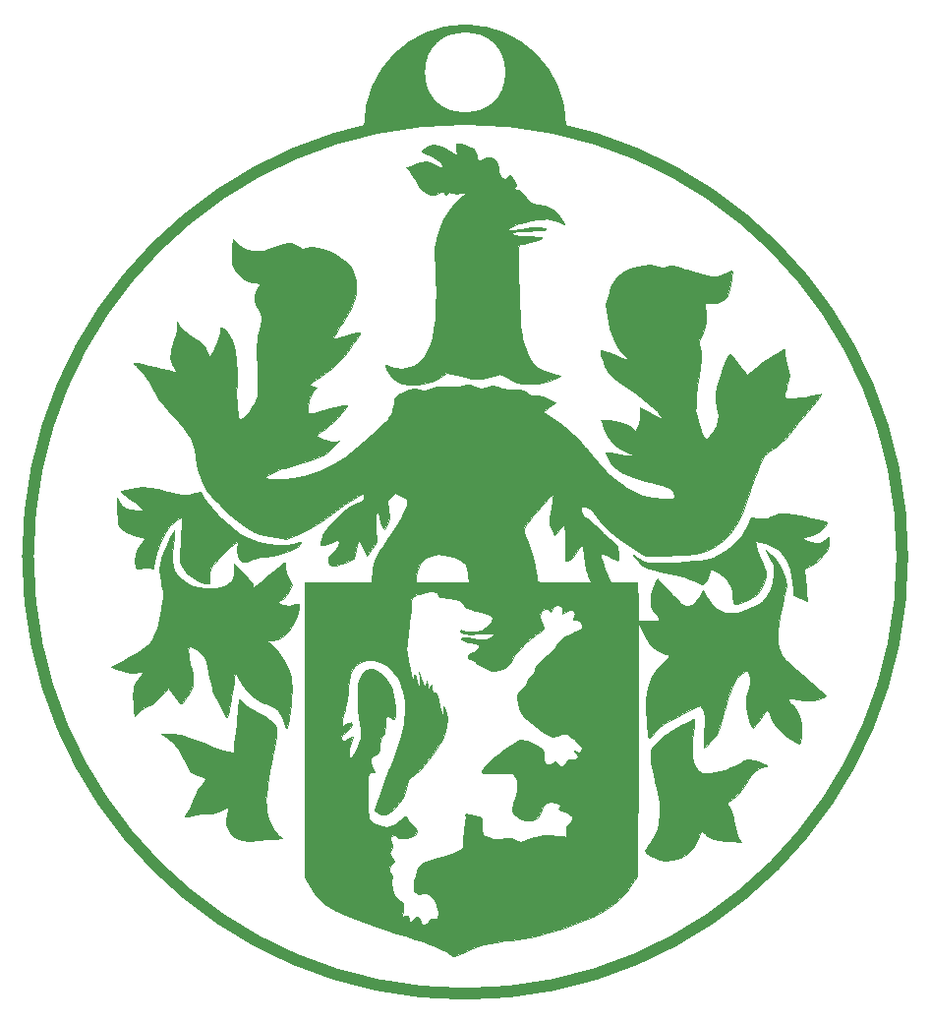
<source format=gbo>
G04 #@! TF.GenerationSoftware,KiCad,Pcbnew,(5.0.1)-3*
G04 #@! TF.CreationDate,2019-01-31T21:21:51-08:00*
G04 #@! TF.ProjectId,ruddock_crest,727564646F636B5F63726573742E6B69,A*
G04 #@! TF.SameCoordinates,Original*
G04 #@! TF.FileFunction,Legend,Bot*
G04 #@! TF.FilePolarity,Positive*
%FSLAX46Y46*%
G04 Gerber Fmt 4.6, Leading zero omitted, Abs format (unit mm)*
G04 Created by KiCad (PCBNEW (5.0.1)-3) date 1/31/2019 9:21:51 PM*
%MOMM*%
%LPD*%
G01*
G04 APERTURE LIST*
%ADD10C,0.680000*%
%ADD11C,0.150000*%
%ADD12C,1.000000*%
%ADD13C,0.010000*%
G04 APERTURE END LIST*
D10*
X150611000Y-64516000D02*
G75*
G03X142240000Y-56145000I-8371000J0D01*
G01*
X133869000Y-64516000D02*
G75*
G02X142240000Y-56145000I8371000J0D01*
G01*
D11*
G36*
X150368000Y-64516000D02*
X144272000Y-63500000D01*
X146304000Y-60452000D01*
X145288000Y-56896000D01*
X148336000Y-58928000D01*
X149860000Y-61976000D01*
X150368000Y-64516000D01*
G37*
X150368000Y-64516000D02*
X144272000Y-63500000D01*
X146304000Y-60452000D01*
X145288000Y-56896000D01*
X148336000Y-58928000D01*
X149860000Y-61976000D01*
X150368000Y-64516000D01*
G36*
X134112000Y-64516000D02*
X140716000Y-64008000D01*
X138176000Y-60960000D01*
X139192000Y-56896000D01*
X136144000Y-58928000D01*
X134620000Y-61976000D01*
X134112000Y-64516000D01*
G37*
X134112000Y-64516000D02*
X140716000Y-64008000D01*
X138176000Y-60960000D01*
X139192000Y-56896000D01*
X136144000Y-58928000D01*
X134620000Y-61976000D01*
X134112000Y-64516000D01*
D10*
X146040000Y-59944000D02*
G75*
G03X146040000Y-59944000I-3800000J0D01*
G01*
D12*
X179890000Y-101600000D02*
G75*
G03X179890000Y-101600000I-37650000J0D01*
G01*
D13*
G04 #@! TO.C,G\002A\002A\002A*
G36*
X141456138Y-66078795D02*
X141446791Y-66198025D01*
X141478375Y-66445014D01*
X141506725Y-66591625D01*
X141551893Y-66895603D01*
X141512799Y-67037309D01*
X141374634Y-67019927D01*
X141122593Y-66846643D01*
X140957658Y-66709747D01*
X140456534Y-66382728D01*
X139921707Y-66209788D01*
X139395240Y-66195551D01*
X138919199Y-66344643D01*
X138733917Y-66465247D01*
X138529823Y-66657380D01*
X138509777Y-66785975D01*
X138675340Y-66876873D01*
X138760200Y-66900347D01*
X139067058Y-67012178D01*
X139426838Y-67193573D01*
X139779071Y-67407802D01*
X140063290Y-67618131D01*
X140218012Y-67785907D01*
X140288142Y-68009944D01*
X140212383Y-68114677D01*
X140013667Y-68093892D01*
X139714925Y-67941376D01*
X139694202Y-67927822D01*
X139237365Y-67678744D01*
X138831357Y-67594020D01*
X138414205Y-67668987D01*
X138095090Y-67807515D01*
X137766808Y-67954458D01*
X137478792Y-68050490D01*
X137347420Y-68072000D01*
X137121685Y-68072000D01*
X137329696Y-68265791D01*
X137473952Y-68443210D01*
X137675027Y-68744992D01*
X137896273Y-69115073D01*
X137963626Y-69235630D01*
X138360228Y-69841758D01*
X138774434Y-70245991D01*
X139207391Y-70448968D01*
X139660248Y-70451325D01*
X139962823Y-70347003D01*
X140207894Y-70240980D01*
X140342996Y-70228610D01*
X140437650Y-70308293D01*
X140458187Y-70335603D01*
X140565191Y-70446339D01*
X140673013Y-70404422D01*
X140748677Y-70332580D01*
X140914509Y-70225642D01*
X141029872Y-70275631D01*
X141205874Y-70336002D01*
X141542688Y-70348859D01*
X141767198Y-70335896D01*
X142392400Y-70284038D01*
X142047726Y-70545735D01*
X141454829Y-71095117D01*
X140897968Y-71797574D01*
X140407487Y-72603062D01*
X140013731Y-73461534D01*
X139747043Y-74322947D01*
X139740862Y-74350381D01*
X139665812Y-74736214D01*
X139624560Y-75100824D01*
X139614596Y-75506026D01*
X139633410Y-76013636D01*
X139657755Y-76397234D01*
X139723547Y-77671868D01*
X139743420Y-78900857D01*
X139719102Y-80059949D01*
X139652323Y-81124891D01*
X139544811Y-82071431D01*
X139398296Y-82875316D01*
X139214507Y-83512293D01*
X139136991Y-83701726D01*
X138751453Y-84399283D01*
X138307197Y-84909823D01*
X137788228Y-85244989D01*
X137178550Y-85416424D01*
X136740968Y-85445600D01*
X136197402Y-85405451D01*
X135779325Y-85276727D01*
X135710696Y-85242202D01*
X135479810Y-85129751D01*
X135345265Y-85086076D01*
X135331200Y-85093180D01*
X135373507Y-85206894D01*
X135482293Y-85441316D01*
X135580206Y-85638943D01*
X135906544Y-86140093D01*
X136294755Y-86501338D01*
X136712069Y-86693554D01*
X136781991Y-86707088D01*
X137479888Y-86791952D01*
X138056887Y-86807154D01*
X138582299Y-86754519D01*
X138582400Y-86754502D01*
X139391187Y-86554448D01*
X140053944Y-86239835D01*
X140274822Y-86086891D01*
X140622464Y-85821732D01*
X141914344Y-86093917D01*
X142452139Y-86204919D01*
X142843748Y-86275295D01*
X143141406Y-86308233D01*
X143397349Y-86306917D01*
X143663812Y-86274535D01*
X143967713Y-86219165D01*
X144381306Y-86132139D01*
X144752309Y-86041560D01*
X145004547Y-85966124D01*
X145015524Y-85961995D01*
X145207398Y-85911576D01*
X145387496Y-85943510D01*
X145626463Y-86076982D01*
X145753247Y-86162335D01*
X146268531Y-86479158D01*
X146735081Y-86667132D01*
X147235009Y-86752877D01*
X147616536Y-86766400D01*
X148608799Y-86692556D01*
X149478143Y-86468483D01*
X149910800Y-86279623D01*
X150418800Y-86021320D01*
X150063200Y-85931791D01*
X149350469Y-85736956D01*
X148797081Y-85536007D01*
X148371290Y-85297788D01*
X148041348Y-84991141D01*
X147775510Y-84584908D01*
X147542030Y-84047931D01*
X147309160Y-83349054D01*
X147257019Y-83177658D01*
X147168952Y-82860950D01*
X147100019Y-82543833D01*
X147046001Y-82189057D01*
X147002681Y-81759375D01*
X146965841Y-81217536D01*
X146931261Y-80526293D01*
X146915558Y-80162400D01*
X146885232Y-79385138D01*
X146856504Y-78554458D01*
X146831375Y-77735353D01*
X146811847Y-76992819D01*
X146800347Y-76420191D01*
X146793257Y-75788615D01*
X146800060Y-75331822D01*
X146829300Y-75021465D01*
X146889522Y-74829199D01*
X146989270Y-74726676D01*
X147137088Y-74685550D01*
X147325610Y-74677555D01*
X147545030Y-74648753D01*
X147841080Y-74575527D01*
X148166691Y-74474673D01*
X148474793Y-74362987D01*
X148718317Y-74257266D01*
X148850194Y-74174307D01*
X148844000Y-74135730D01*
X148683753Y-74109435D01*
X148369801Y-74081360D01*
X147951564Y-74055322D01*
X147595583Y-74039290D01*
X146976659Y-73999095D01*
X146556122Y-73933036D01*
X146334970Y-73841393D01*
X146314202Y-73724448D01*
X146344546Y-73687093D01*
X146470042Y-73655637D01*
X146758278Y-73624768D01*
X147168816Y-73597692D01*
X147661211Y-73577615D01*
X147760173Y-73574869D01*
X148264340Y-73556205D01*
X148695113Y-73529482D01*
X149011759Y-73498015D01*
X149173545Y-73465117D01*
X149183296Y-73459094D01*
X149172127Y-73388737D01*
X148997441Y-73337742D01*
X148698076Y-73306931D01*
X148312866Y-73297127D01*
X147880648Y-73309150D01*
X147440258Y-73343824D01*
X147030532Y-73401971D01*
X146976124Y-73412370D01*
X146496342Y-73497297D01*
X146184021Y-73525826D01*
X146011928Y-73499725D01*
X145978870Y-73477109D01*
X145981830Y-73371444D01*
X146153296Y-73244794D01*
X146460828Y-73106360D01*
X146871985Y-72965344D01*
X147354328Y-72830946D01*
X147875417Y-72712368D01*
X148402812Y-72618810D01*
X148904073Y-72559474D01*
X149272904Y-72542808D01*
X149579323Y-72584917D01*
X149962620Y-72693577D01*
X150211511Y-72790281D01*
X150772014Y-73038162D01*
X150619413Y-72663281D01*
X150300290Y-72137858D01*
X149836014Y-71731522D01*
X149264144Y-71474443D01*
X149087594Y-71432884D01*
X148514270Y-71315015D01*
X148106743Y-71206989D01*
X147828960Y-71095278D01*
X147644868Y-70966355D01*
X147550754Y-70856221D01*
X147271820Y-70468511D01*
X147061396Y-70219276D01*
X146880307Y-70079709D01*
X145142335Y-70079709D01*
X145042467Y-70095978D01*
X144910690Y-70077299D01*
X144909117Y-70042616D01*
X145045098Y-70018362D01*
X145103850Y-70034595D01*
X145142335Y-70079709D01*
X146880307Y-70079709D01*
X146876736Y-70076957D01*
X146675093Y-70009993D01*
X146413721Y-69986825D01*
X146371169Y-69985320D01*
X146094978Y-69973638D01*
X146011699Y-69960370D01*
X146111061Y-69941438D01*
X146227800Y-69928387D01*
X146479338Y-69884319D01*
X146586669Y-69790522D01*
X146608800Y-69604702D01*
X146548138Y-69370217D01*
X146399422Y-69109373D01*
X146212557Y-68891315D01*
X146037448Y-68785191D01*
X146015902Y-68783199D01*
X145917071Y-68867817D01*
X145868162Y-68986399D01*
X145769084Y-69159556D01*
X145602430Y-69152189D01*
X145357657Y-68963389D01*
X145334182Y-68940218D01*
X145168278Y-68719892D01*
X145095730Y-68445435D01*
X145084800Y-68195928D01*
X145057948Y-67841309D01*
X144959824Y-67604649D01*
X144849652Y-67480110D01*
X144518187Y-67298662D01*
X144123166Y-67282481D01*
X143764000Y-67411600D01*
X143497598Y-67535316D01*
X143339283Y-67510683D01*
X143249051Y-67316447D01*
X143212266Y-67118500D01*
X143127036Y-66800210D01*
X142995387Y-66546980D01*
X142949913Y-66496034D01*
X142776326Y-66396869D01*
X142491062Y-66287046D01*
X142155132Y-66183607D01*
X141829549Y-66103594D01*
X141575324Y-66064048D01*
X141456138Y-66078795D01*
X141456138Y-66078795D01*
G37*
X141456138Y-66078795D02*
X141446791Y-66198025D01*
X141478375Y-66445014D01*
X141506725Y-66591625D01*
X141551893Y-66895603D01*
X141512799Y-67037309D01*
X141374634Y-67019927D01*
X141122593Y-66846643D01*
X140957658Y-66709747D01*
X140456534Y-66382728D01*
X139921707Y-66209788D01*
X139395240Y-66195551D01*
X138919199Y-66344643D01*
X138733917Y-66465247D01*
X138529823Y-66657380D01*
X138509777Y-66785975D01*
X138675340Y-66876873D01*
X138760200Y-66900347D01*
X139067058Y-67012178D01*
X139426838Y-67193573D01*
X139779071Y-67407802D01*
X140063290Y-67618131D01*
X140218012Y-67785907D01*
X140288142Y-68009944D01*
X140212383Y-68114677D01*
X140013667Y-68093892D01*
X139714925Y-67941376D01*
X139694202Y-67927822D01*
X139237365Y-67678744D01*
X138831357Y-67594020D01*
X138414205Y-67668987D01*
X138095090Y-67807515D01*
X137766808Y-67954458D01*
X137478792Y-68050490D01*
X137347420Y-68072000D01*
X137121685Y-68072000D01*
X137329696Y-68265791D01*
X137473952Y-68443210D01*
X137675027Y-68744992D01*
X137896273Y-69115073D01*
X137963626Y-69235630D01*
X138360228Y-69841758D01*
X138774434Y-70245991D01*
X139207391Y-70448968D01*
X139660248Y-70451325D01*
X139962823Y-70347003D01*
X140207894Y-70240980D01*
X140342996Y-70228610D01*
X140437650Y-70308293D01*
X140458187Y-70335603D01*
X140565191Y-70446339D01*
X140673013Y-70404422D01*
X140748677Y-70332580D01*
X140914509Y-70225642D01*
X141029872Y-70275631D01*
X141205874Y-70336002D01*
X141542688Y-70348859D01*
X141767198Y-70335896D01*
X142392400Y-70284038D01*
X142047726Y-70545735D01*
X141454829Y-71095117D01*
X140897968Y-71797574D01*
X140407487Y-72603062D01*
X140013731Y-73461534D01*
X139747043Y-74322947D01*
X139740862Y-74350381D01*
X139665812Y-74736214D01*
X139624560Y-75100824D01*
X139614596Y-75506026D01*
X139633410Y-76013636D01*
X139657755Y-76397234D01*
X139723547Y-77671868D01*
X139743420Y-78900857D01*
X139719102Y-80059949D01*
X139652323Y-81124891D01*
X139544811Y-82071431D01*
X139398296Y-82875316D01*
X139214507Y-83512293D01*
X139136991Y-83701726D01*
X138751453Y-84399283D01*
X138307197Y-84909823D01*
X137788228Y-85244989D01*
X137178550Y-85416424D01*
X136740968Y-85445600D01*
X136197402Y-85405451D01*
X135779325Y-85276727D01*
X135710696Y-85242202D01*
X135479810Y-85129751D01*
X135345265Y-85086076D01*
X135331200Y-85093180D01*
X135373507Y-85206894D01*
X135482293Y-85441316D01*
X135580206Y-85638943D01*
X135906544Y-86140093D01*
X136294755Y-86501338D01*
X136712069Y-86693554D01*
X136781991Y-86707088D01*
X137479888Y-86791952D01*
X138056887Y-86807154D01*
X138582299Y-86754519D01*
X138582400Y-86754502D01*
X139391187Y-86554448D01*
X140053944Y-86239835D01*
X140274822Y-86086891D01*
X140622464Y-85821732D01*
X141914344Y-86093917D01*
X142452139Y-86204919D01*
X142843748Y-86275295D01*
X143141406Y-86308233D01*
X143397349Y-86306917D01*
X143663812Y-86274535D01*
X143967713Y-86219165D01*
X144381306Y-86132139D01*
X144752309Y-86041560D01*
X145004547Y-85966124D01*
X145015524Y-85961995D01*
X145207398Y-85911576D01*
X145387496Y-85943510D01*
X145626463Y-86076982D01*
X145753247Y-86162335D01*
X146268531Y-86479158D01*
X146735081Y-86667132D01*
X147235009Y-86752877D01*
X147616536Y-86766400D01*
X148608799Y-86692556D01*
X149478143Y-86468483D01*
X149910800Y-86279623D01*
X150418800Y-86021320D01*
X150063200Y-85931791D01*
X149350469Y-85736956D01*
X148797081Y-85536007D01*
X148371290Y-85297788D01*
X148041348Y-84991141D01*
X147775510Y-84584908D01*
X147542030Y-84047931D01*
X147309160Y-83349054D01*
X147257019Y-83177658D01*
X147168952Y-82860950D01*
X147100019Y-82543833D01*
X147046001Y-82189057D01*
X147002681Y-81759375D01*
X146965841Y-81217536D01*
X146931261Y-80526293D01*
X146915558Y-80162400D01*
X146885232Y-79385138D01*
X146856504Y-78554458D01*
X146831375Y-77735353D01*
X146811847Y-76992819D01*
X146800347Y-76420191D01*
X146793257Y-75788615D01*
X146800060Y-75331822D01*
X146829300Y-75021465D01*
X146889522Y-74829199D01*
X146989270Y-74726676D01*
X147137088Y-74685550D01*
X147325610Y-74677555D01*
X147545030Y-74648753D01*
X147841080Y-74575527D01*
X148166691Y-74474673D01*
X148474793Y-74362987D01*
X148718317Y-74257266D01*
X148850194Y-74174307D01*
X148844000Y-74135730D01*
X148683753Y-74109435D01*
X148369801Y-74081360D01*
X147951564Y-74055322D01*
X147595583Y-74039290D01*
X146976659Y-73999095D01*
X146556122Y-73933036D01*
X146334970Y-73841393D01*
X146314202Y-73724448D01*
X146344546Y-73687093D01*
X146470042Y-73655637D01*
X146758278Y-73624768D01*
X147168816Y-73597692D01*
X147661211Y-73577615D01*
X147760173Y-73574869D01*
X148264340Y-73556205D01*
X148695113Y-73529482D01*
X149011759Y-73498015D01*
X149173545Y-73465117D01*
X149183296Y-73459094D01*
X149172127Y-73388737D01*
X148997441Y-73337742D01*
X148698076Y-73306931D01*
X148312866Y-73297127D01*
X147880648Y-73309150D01*
X147440258Y-73343824D01*
X147030532Y-73401971D01*
X146976124Y-73412370D01*
X146496342Y-73497297D01*
X146184021Y-73525826D01*
X146011928Y-73499725D01*
X145978870Y-73477109D01*
X145981830Y-73371444D01*
X146153296Y-73244794D01*
X146460828Y-73106360D01*
X146871985Y-72965344D01*
X147354328Y-72830946D01*
X147875417Y-72712368D01*
X148402812Y-72618810D01*
X148904073Y-72559474D01*
X149272904Y-72542808D01*
X149579323Y-72584917D01*
X149962620Y-72693577D01*
X150211511Y-72790281D01*
X150772014Y-73038162D01*
X150619413Y-72663281D01*
X150300290Y-72137858D01*
X149836014Y-71731522D01*
X149264144Y-71474443D01*
X149087594Y-71432884D01*
X148514270Y-71315015D01*
X148106743Y-71206989D01*
X147828960Y-71095278D01*
X147644868Y-70966355D01*
X147550754Y-70856221D01*
X147271820Y-70468511D01*
X147061396Y-70219276D01*
X146880307Y-70079709D01*
X145142335Y-70079709D01*
X145042467Y-70095978D01*
X144910690Y-70077299D01*
X144909117Y-70042616D01*
X145045098Y-70018362D01*
X145103850Y-70034595D01*
X145142335Y-70079709D01*
X146880307Y-70079709D01*
X146876736Y-70076957D01*
X146675093Y-70009993D01*
X146413721Y-69986825D01*
X146371169Y-69985320D01*
X146094978Y-69973638D01*
X146011699Y-69960370D01*
X146111061Y-69941438D01*
X146227800Y-69928387D01*
X146479338Y-69884319D01*
X146586669Y-69790522D01*
X146608800Y-69604702D01*
X146548138Y-69370217D01*
X146399422Y-69109373D01*
X146212557Y-68891315D01*
X146037448Y-68785191D01*
X146015902Y-68783199D01*
X145917071Y-68867817D01*
X145868162Y-68986399D01*
X145769084Y-69159556D01*
X145602430Y-69152189D01*
X145357657Y-68963389D01*
X145334182Y-68940218D01*
X145168278Y-68719892D01*
X145095730Y-68445435D01*
X145084800Y-68195928D01*
X145057948Y-67841309D01*
X144959824Y-67604649D01*
X144849652Y-67480110D01*
X144518187Y-67298662D01*
X144123166Y-67282481D01*
X143764000Y-67411600D01*
X143497598Y-67535316D01*
X143339283Y-67510683D01*
X143249051Y-67316447D01*
X143212266Y-67118500D01*
X143127036Y-66800210D01*
X142995387Y-66546980D01*
X142949913Y-66496034D01*
X142776326Y-66396869D01*
X142491062Y-66287046D01*
X142155132Y-66183607D01*
X141829549Y-66103594D01*
X141575324Y-66064048D01*
X141456138Y-66078795D01*
G36*
X113828268Y-95692167D02*
X113091318Y-95842645D01*
X112587816Y-95975306D01*
X112595388Y-96045090D01*
X112744970Y-96194157D01*
X113006670Y-96393437D01*
X113045016Y-96419909D01*
X113436126Y-96701809D01*
X113838279Y-97014520D01*
X114096800Y-97231638D01*
X114554000Y-97637050D01*
X113995200Y-97631590D01*
X113413871Y-97587175D01*
X112985520Y-97456065D01*
X112672457Y-97221811D01*
X112495624Y-96977200D01*
X112260371Y-96570800D01*
X112289586Y-97707399D01*
X112304653Y-98204484D01*
X112326411Y-98543835D01*
X112365276Y-98770886D01*
X112431666Y-98931071D01*
X112535996Y-99069821D01*
X112623600Y-99164270D01*
X112930573Y-99446710D01*
X113255163Y-99642342D01*
X113664649Y-99784217D01*
X114072698Y-99876164D01*
X114399114Y-99947670D01*
X114627889Y-100011705D01*
X114706400Y-100051504D01*
X114644086Y-100149398D01*
X114484779Y-100344075D01*
X114360399Y-100485154D01*
X114065973Y-100938283D01*
X113873884Y-101493170D01*
X113808157Y-102064072D01*
X113835474Y-102358677D01*
X113901775Y-102603689D01*
X113993287Y-102684335D01*
X114077597Y-102668176D01*
X114617005Y-102540401D01*
X115092971Y-102593986D01*
X115107768Y-102599021D01*
X115320295Y-102659262D01*
X115404529Y-102618827D01*
X115419365Y-102483714D01*
X115482320Y-101930659D01*
X115649266Y-101275729D01*
X115898767Y-100576921D01*
X116209384Y-99892228D01*
X116559680Y-99279646D01*
X116656659Y-99136437D01*
X116830038Y-98942415D01*
X117077721Y-98724198D01*
X117350793Y-98517333D01*
X117600336Y-98357362D01*
X117777437Y-98279833D01*
X117827035Y-98285968D01*
X117839141Y-98401687D01*
X117835948Y-98685501D01*
X117818787Y-99102983D01*
X117788988Y-99619709D01*
X117758398Y-100061813D01*
X117719913Y-100655682D01*
X117694655Y-101200222D01*
X117683788Y-101653899D01*
X117688479Y-101975179D01*
X117701308Y-102097560D01*
X117900557Y-102576217D01*
X118259345Y-103031148D01*
X118734414Y-103425811D01*
X119282507Y-103723665D01*
X119811800Y-103880388D01*
X120192800Y-103946007D01*
X120192800Y-103347047D01*
X120211737Y-102958531D01*
X120287190Y-102676255D01*
X120447128Y-102405275D01*
X120485958Y-102351843D01*
X120693628Y-102100695D01*
X120981584Y-101791450D01*
X121319228Y-101452452D01*
X121675967Y-101112041D01*
X122021205Y-100798560D01*
X122324346Y-100540350D01*
X122554794Y-100365752D01*
X122681956Y-100303108D01*
X122693128Y-100307260D01*
X122690456Y-100420068D01*
X122630535Y-100642936D01*
X122618416Y-100678601D01*
X122567241Y-101090054D01*
X122657450Y-101522442D01*
X122866775Y-101885452D01*
X122932497Y-101952429D01*
X123054627Y-102048616D01*
X123178544Y-102079716D01*
X123364421Y-102043139D01*
X123672428Y-101936297D01*
X123720774Y-101918513D01*
X124136336Y-101791544D01*
X124638486Y-101674714D01*
X125069600Y-101600680D01*
X126057567Y-101434384D01*
X126853098Y-101223723D01*
X127462535Y-100966486D01*
X127892221Y-100660461D01*
X127955547Y-100594981D01*
X128064764Y-100463521D01*
X128074125Y-100400654D01*
X127957710Y-100403991D01*
X127689598Y-100471147D01*
X127427094Y-100546323D01*
X126811610Y-100646825D01*
X126076834Y-100639699D01*
X125270641Y-100532834D01*
X124440908Y-100334124D01*
X123635509Y-100051459D01*
X123190000Y-99847937D01*
X122748887Y-99576325D01*
X122226997Y-99176769D01*
X121662468Y-98686096D01*
X121093435Y-98141136D01*
X120558034Y-97578717D01*
X120094400Y-97035668D01*
X119740670Y-96548817D01*
X119690831Y-96468697D01*
X119542830Y-96223454D01*
X119446536Y-96064718D01*
X119429006Y-96036315D01*
X119332639Y-96050912D01*
X119108600Y-96118291D01*
X118976675Y-96163315D01*
X118492986Y-96282728D01*
X117970157Y-96301494D01*
X117365220Y-96216815D01*
X116635203Y-96025895D01*
X116573096Y-96006871D01*
X115792727Y-95789716D01*
X115116669Y-95665209D01*
X114482617Y-95632857D01*
X113828268Y-95692167D01*
X113828268Y-95692167D01*
G37*
X113828268Y-95692167D02*
X113091318Y-95842645D01*
X112587816Y-95975306D01*
X112595388Y-96045090D01*
X112744970Y-96194157D01*
X113006670Y-96393437D01*
X113045016Y-96419909D01*
X113436126Y-96701809D01*
X113838279Y-97014520D01*
X114096800Y-97231638D01*
X114554000Y-97637050D01*
X113995200Y-97631590D01*
X113413871Y-97587175D01*
X112985520Y-97456065D01*
X112672457Y-97221811D01*
X112495624Y-96977200D01*
X112260371Y-96570800D01*
X112289586Y-97707399D01*
X112304653Y-98204484D01*
X112326411Y-98543835D01*
X112365276Y-98770886D01*
X112431666Y-98931071D01*
X112535996Y-99069821D01*
X112623600Y-99164270D01*
X112930573Y-99446710D01*
X113255163Y-99642342D01*
X113664649Y-99784217D01*
X114072698Y-99876164D01*
X114399114Y-99947670D01*
X114627889Y-100011705D01*
X114706400Y-100051504D01*
X114644086Y-100149398D01*
X114484779Y-100344075D01*
X114360399Y-100485154D01*
X114065973Y-100938283D01*
X113873884Y-101493170D01*
X113808157Y-102064072D01*
X113835474Y-102358677D01*
X113901775Y-102603689D01*
X113993287Y-102684335D01*
X114077597Y-102668176D01*
X114617005Y-102540401D01*
X115092971Y-102593986D01*
X115107768Y-102599021D01*
X115320295Y-102659262D01*
X115404529Y-102618827D01*
X115419365Y-102483714D01*
X115482320Y-101930659D01*
X115649266Y-101275729D01*
X115898767Y-100576921D01*
X116209384Y-99892228D01*
X116559680Y-99279646D01*
X116656659Y-99136437D01*
X116830038Y-98942415D01*
X117077721Y-98724198D01*
X117350793Y-98517333D01*
X117600336Y-98357362D01*
X117777437Y-98279833D01*
X117827035Y-98285968D01*
X117839141Y-98401687D01*
X117835948Y-98685501D01*
X117818787Y-99102983D01*
X117788988Y-99619709D01*
X117758398Y-100061813D01*
X117719913Y-100655682D01*
X117694655Y-101200222D01*
X117683788Y-101653899D01*
X117688479Y-101975179D01*
X117701308Y-102097560D01*
X117900557Y-102576217D01*
X118259345Y-103031148D01*
X118734414Y-103425811D01*
X119282507Y-103723665D01*
X119811800Y-103880388D01*
X120192800Y-103946007D01*
X120192800Y-103347047D01*
X120211737Y-102958531D01*
X120287190Y-102676255D01*
X120447128Y-102405275D01*
X120485958Y-102351843D01*
X120693628Y-102100695D01*
X120981584Y-101791450D01*
X121319228Y-101452452D01*
X121675967Y-101112041D01*
X122021205Y-100798560D01*
X122324346Y-100540350D01*
X122554794Y-100365752D01*
X122681956Y-100303108D01*
X122693128Y-100307260D01*
X122690456Y-100420068D01*
X122630535Y-100642936D01*
X122618416Y-100678601D01*
X122567241Y-101090054D01*
X122657450Y-101522442D01*
X122866775Y-101885452D01*
X122932497Y-101952429D01*
X123054627Y-102048616D01*
X123178544Y-102079716D01*
X123364421Y-102043139D01*
X123672428Y-101936297D01*
X123720774Y-101918513D01*
X124136336Y-101791544D01*
X124638486Y-101674714D01*
X125069600Y-101600680D01*
X126057567Y-101434384D01*
X126853098Y-101223723D01*
X127462535Y-100966486D01*
X127892221Y-100660461D01*
X127955547Y-100594981D01*
X128064764Y-100463521D01*
X128074125Y-100400654D01*
X127957710Y-100403991D01*
X127689598Y-100471147D01*
X127427094Y-100546323D01*
X126811610Y-100646825D01*
X126076834Y-100639699D01*
X125270641Y-100532834D01*
X124440908Y-100334124D01*
X123635509Y-100051459D01*
X123190000Y-99847937D01*
X122748887Y-99576325D01*
X122226997Y-99176769D01*
X121662468Y-98686096D01*
X121093435Y-98141136D01*
X120558034Y-97578717D01*
X120094400Y-97035668D01*
X119740670Y-96548817D01*
X119690831Y-96468697D01*
X119542830Y-96223454D01*
X119446536Y-96064718D01*
X119429006Y-96036315D01*
X119332639Y-96050912D01*
X119108600Y-96118291D01*
X118976675Y-96163315D01*
X118492986Y-96282728D01*
X117970157Y-96301494D01*
X117365220Y-96216815D01*
X116635203Y-96025895D01*
X116573096Y-96006871D01*
X115792727Y-95789716D01*
X115116669Y-95665209D01*
X114482617Y-95632857D01*
X113828268Y-95692167D01*
G36*
X169205090Y-97948425D02*
X168897772Y-98044655D01*
X168575011Y-98196260D01*
X168326615Y-98292653D01*
X168037619Y-98327254D01*
X167634891Y-98307548D01*
X167559011Y-98300257D01*
X166878000Y-98232054D01*
X166595798Y-98874627D01*
X166098094Y-99779066D01*
X165460748Y-100537674D01*
X164676477Y-101157809D01*
X163940967Y-101557980D01*
X163625858Y-101689869D01*
X163298805Y-101796058D01*
X162927637Y-101881641D01*
X162480183Y-101951713D01*
X161924270Y-102011367D01*
X161227727Y-102065698D01*
X160412872Y-102116650D01*
X159587785Y-102158211D01*
X158932944Y-102173319D01*
X158416631Y-102157933D01*
X158007132Y-102108010D01*
X157672731Y-102019508D01*
X157381712Y-101888385D01*
X157102360Y-101710597D01*
X157075477Y-101691279D01*
X156843164Y-101532972D01*
X156695280Y-101451375D01*
X156667200Y-101451315D01*
X156731438Y-101548160D01*
X156899770Y-101748175D01*
X157133490Y-102005606D01*
X157404244Y-102268124D01*
X157685961Y-102470442D01*
X158020538Y-102630291D01*
X158449873Y-102765402D01*
X159015863Y-102893506D01*
X159410400Y-102969214D01*
X160284049Y-103149458D01*
X161041045Y-103344328D01*
X161654863Y-103545913D01*
X162098976Y-103746300D01*
X162180783Y-103795544D01*
X162453544Y-103947691D01*
X162643423Y-103978700D01*
X162763931Y-103936409D01*
X162993088Y-103722916D01*
X163176557Y-103394486D01*
X163268018Y-103039383D01*
X163271200Y-102969798D01*
X163296274Y-102782647D01*
X163407403Y-102749726D01*
X163499800Y-102772854D01*
X164062207Y-103004329D01*
X164494003Y-103336748D01*
X164728083Y-103618063D01*
X164981977Y-103988171D01*
X165138114Y-104284902D01*
X165228258Y-104591453D01*
X165284171Y-104991020D01*
X165295471Y-105104227D01*
X165351248Y-105486027D01*
X165431691Y-105688999D01*
X165506400Y-105737277D01*
X165668160Y-105711068D01*
X165957964Y-105619532D01*
X166318745Y-105481152D01*
X166392332Y-105450357D01*
X166869829Y-105213601D01*
X167254841Y-104956753D01*
X167423317Y-104800234D01*
X167644610Y-104480442D01*
X167857811Y-104060714D01*
X168031314Y-103616578D01*
X168133514Y-103223564D01*
X168148000Y-103068452D01*
X168109021Y-102870196D01*
X168004133Y-102540384D01*
X167851409Y-102132491D01*
X167741735Y-101866436D01*
X167560345Y-101424689D01*
X167405834Y-101016854D01*
X167299933Y-100701858D01*
X167269542Y-100585908D01*
X167203615Y-100256273D01*
X167650408Y-100325990D01*
X168157239Y-100457217D01*
X168672739Y-100677361D01*
X169124415Y-100950038D01*
X169419517Y-101213930D01*
X169885201Y-101918654D01*
X170227648Y-102773277D01*
X170441682Y-103762312D01*
X170509813Y-104475994D01*
X170535600Y-104964388D01*
X171706964Y-105439320D01*
X171647618Y-104611860D01*
X171606305Y-104143185D01*
X171552955Y-103682111D01*
X171498487Y-103321940D01*
X171493736Y-103296799D01*
X171428848Y-102945689D01*
X171417255Y-102741173D01*
X171476355Y-102629841D01*
X171623548Y-102558282D01*
X171747864Y-102516689D01*
X172223823Y-102276997D01*
X172729794Y-101872939D01*
X173173497Y-101401232D01*
X173394042Y-101105868D01*
X173501103Y-100848113D01*
X173532326Y-100529745D01*
X173532800Y-100463755D01*
X173532800Y-99956336D01*
X173220205Y-100219368D01*
X172821183Y-100435091D01*
X172352426Y-100465684D01*
X171807013Y-100311360D01*
X171704000Y-100265743D01*
X171246800Y-100053549D01*
X171760010Y-99874625D01*
X172124842Y-99737137D01*
X172463812Y-99592868D01*
X172586108Y-99533899D01*
X172797566Y-99391806D01*
X173029374Y-99189402D01*
X173236625Y-98973452D01*
X173374416Y-98790722D01*
X173398106Y-98688239D01*
X173258356Y-98624151D01*
X172961478Y-98532611D01*
X172550044Y-98423717D01*
X172066627Y-98307566D01*
X171553800Y-98194256D01*
X171054134Y-98093886D01*
X170610202Y-98016552D01*
X170493083Y-97999189D01*
X169943725Y-97931756D01*
X169534068Y-97912813D01*
X169205090Y-97948425D01*
X169205090Y-97948425D01*
G37*
X169205090Y-97948425D02*
X168897772Y-98044655D01*
X168575011Y-98196260D01*
X168326615Y-98292653D01*
X168037619Y-98327254D01*
X167634891Y-98307548D01*
X167559011Y-98300257D01*
X166878000Y-98232054D01*
X166595798Y-98874627D01*
X166098094Y-99779066D01*
X165460748Y-100537674D01*
X164676477Y-101157809D01*
X163940967Y-101557980D01*
X163625858Y-101689869D01*
X163298805Y-101796058D01*
X162927637Y-101881641D01*
X162480183Y-101951713D01*
X161924270Y-102011367D01*
X161227727Y-102065698D01*
X160412872Y-102116650D01*
X159587785Y-102158211D01*
X158932944Y-102173319D01*
X158416631Y-102157933D01*
X158007132Y-102108010D01*
X157672731Y-102019508D01*
X157381712Y-101888385D01*
X157102360Y-101710597D01*
X157075477Y-101691279D01*
X156843164Y-101532972D01*
X156695280Y-101451375D01*
X156667200Y-101451315D01*
X156731438Y-101548160D01*
X156899770Y-101748175D01*
X157133490Y-102005606D01*
X157404244Y-102268124D01*
X157685961Y-102470442D01*
X158020538Y-102630291D01*
X158449873Y-102765402D01*
X159015863Y-102893506D01*
X159410400Y-102969214D01*
X160284049Y-103149458D01*
X161041045Y-103344328D01*
X161654863Y-103545913D01*
X162098976Y-103746300D01*
X162180783Y-103795544D01*
X162453544Y-103947691D01*
X162643423Y-103978700D01*
X162763931Y-103936409D01*
X162993088Y-103722916D01*
X163176557Y-103394486D01*
X163268018Y-103039383D01*
X163271200Y-102969798D01*
X163296274Y-102782647D01*
X163407403Y-102749726D01*
X163499800Y-102772854D01*
X164062207Y-103004329D01*
X164494003Y-103336748D01*
X164728083Y-103618063D01*
X164981977Y-103988171D01*
X165138114Y-104284902D01*
X165228258Y-104591453D01*
X165284171Y-104991020D01*
X165295471Y-105104227D01*
X165351248Y-105486027D01*
X165431691Y-105688999D01*
X165506400Y-105737277D01*
X165668160Y-105711068D01*
X165957964Y-105619532D01*
X166318745Y-105481152D01*
X166392332Y-105450357D01*
X166869829Y-105213601D01*
X167254841Y-104956753D01*
X167423317Y-104800234D01*
X167644610Y-104480442D01*
X167857811Y-104060714D01*
X168031314Y-103616578D01*
X168133514Y-103223564D01*
X168148000Y-103068452D01*
X168109021Y-102870196D01*
X168004133Y-102540384D01*
X167851409Y-102132491D01*
X167741735Y-101866436D01*
X167560345Y-101424689D01*
X167405834Y-101016854D01*
X167299933Y-100701858D01*
X167269542Y-100585908D01*
X167203615Y-100256273D01*
X167650408Y-100325990D01*
X168157239Y-100457217D01*
X168672739Y-100677361D01*
X169124415Y-100950038D01*
X169419517Y-101213930D01*
X169885201Y-101918654D01*
X170227648Y-102773277D01*
X170441682Y-103762312D01*
X170509813Y-104475994D01*
X170535600Y-104964388D01*
X171706964Y-105439320D01*
X171647618Y-104611860D01*
X171606305Y-104143185D01*
X171552955Y-103682111D01*
X171498487Y-103321940D01*
X171493736Y-103296799D01*
X171428848Y-102945689D01*
X171417255Y-102741173D01*
X171476355Y-102629841D01*
X171623548Y-102558282D01*
X171747864Y-102516689D01*
X172223823Y-102276997D01*
X172729794Y-101872939D01*
X173173497Y-101401232D01*
X173394042Y-101105868D01*
X173501103Y-100848113D01*
X173532326Y-100529745D01*
X173532800Y-100463755D01*
X173532800Y-99956336D01*
X173220205Y-100219368D01*
X172821183Y-100435091D01*
X172352426Y-100465684D01*
X171807013Y-100311360D01*
X171704000Y-100265743D01*
X171246800Y-100053549D01*
X171760010Y-99874625D01*
X172124842Y-99737137D01*
X172463812Y-99592868D01*
X172586108Y-99533899D01*
X172797566Y-99391806D01*
X173029374Y-99189402D01*
X173236625Y-98973452D01*
X173374416Y-98790722D01*
X173398106Y-98688239D01*
X173258356Y-98624151D01*
X172961478Y-98532611D01*
X172550044Y-98423717D01*
X172066627Y-98307566D01*
X171553800Y-98194256D01*
X171054134Y-98093886D01*
X170610202Y-98016552D01*
X170493083Y-97999189D01*
X169943725Y-97931756D01*
X169534068Y-97912813D01*
X169205090Y-97948425D01*
G36*
X117135455Y-99444637D02*
X117017712Y-99650360D01*
X116858551Y-99964299D01*
X116676340Y-100346780D01*
X116489449Y-100758125D01*
X116316246Y-101158658D01*
X116175099Y-101508705D01*
X116084377Y-101768588D01*
X116074696Y-101803200D01*
X115972880Y-102277133D01*
X115936022Y-102722399D01*
X115964850Y-103206259D01*
X116060087Y-103795973D01*
X116098250Y-103986778D01*
X116166863Y-104334513D01*
X116207044Y-104612455D01*
X116217388Y-104873066D01*
X116196490Y-105168808D01*
X116142944Y-105552144D01*
X116055346Y-106075536D01*
X116039898Y-106165212D01*
X115869684Y-107058922D01*
X115696027Y-107773082D01*
X115511589Y-108331304D01*
X115309029Y-108757201D01*
X115168450Y-108968672D01*
X114910457Y-109241870D01*
X114523796Y-109546446D01*
X113991494Y-109893826D01*
X113296580Y-110295437D01*
X112792261Y-110568386D01*
X111747179Y-111123206D01*
X112134590Y-111277175D01*
X112797911Y-111494885D01*
X113402493Y-111604537D01*
X113904521Y-111599395D01*
X114042899Y-111570621D01*
X114303518Y-111512660D01*
X114469410Y-111501814D01*
X114490271Y-111510003D01*
X114469041Y-111614910D01*
X114354122Y-111811962D01*
X114318183Y-111862849D01*
X114096192Y-112167352D01*
X113870540Y-112477042D01*
X113868200Y-112480253D01*
X113754849Y-112662652D01*
X113687402Y-112863856D01*
X113655674Y-113140269D01*
X113649478Y-113548295D01*
X113650807Y-113684068D01*
X113664291Y-114143050D01*
X113690149Y-114571692D01*
X113723446Y-114893914D01*
X113733142Y-114953178D01*
X113804271Y-115332328D01*
X114301783Y-114866964D01*
X114654504Y-114577086D01*
X114941210Y-114422014D01*
X115049394Y-114401600D01*
X115306886Y-114315745D01*
X115587020Y-114083415D01*
X115597997Y-114071400D01*
X115843879Y-113799379D01*
X116139068Y-113472765D01*
X116294000Y-113301324D01*
X116691498Y-112861449D01*
X117185664Y-113584686D01*
X117420410Y-113906586D01*
X117623170Y-114145501D01*
X117761525Y-114264723D01*
X117791481Y-114270706D01*
X117899441Y-114173681D01*
X118081978Y-113951612D01*
X118302487Y-113649537D01*
X118336766Y-113599830D01*
X118562019Y-113256628D01*
X118691722Y-112997677D01*
X118751723Y-112744276D01*
X118767874Y-112417727D01*
X118768009Y-112286885D01*
X118737576Y-111825454D01*
X118660554Y-111293615D01*
X118564809Y-110852471D01*
X118416588Y-110190985D01*
X118370216Y-109703422D01*
X118425551Y-109387956D01*
X118447615Y-109347222D01*
X118574142Y-109316917D01*
X118801051Y-109401953D01*
X119084709Y-109574315D01*
X119381487Y-109805987D01*
X119647752Y-110068956D01*
X119732688Y-110172350D01*
X119879114Y-110402361D01*
X119988657Y-110681204D01*
X120077860Y-111062231D01*
X120153360Y-111529236D01*
X120241281Y-112044447D01*
X120352827Y-112564573D01*
X120468678Y-113002893D01*
X120510383Y-113131600D01*
X120638073Y-113452482D01*
X120817986Y-113850255D01*
X121027637Y-114281321D01*
X121244541Y-114702085D01*
X121446213Y-115068950D01*
X121610167Y-115338320D01*
X121713919Y-115466598D01*
X121715051Y-115467318D01*
X121770249Y-115401451D01*
X121838502Y-115179345D01*
X121906469Y-114846237D01*
X121916866Y-114782892D01*
X121983523Y-114368044D01*
X122070841Y-113831891D01*
X122165897Y-113253530D01*
X122230895Y-112861240D01*
X122308286Y-112390464D01*
X122371860Y-111993122D01*
X122414881Y-111712049D01*
X122430597Y-111591240D01*
X122471540Y-111631245D01*
X122576959Y-111816301D01*
X122724897Y-112107559D01*
X122740068Y-112138730D01*
X123071831Y-112699612D01*
X123492661Y-113227814D01*
X123959574Y-113679720D01*
X124429587Y-114011713D01*
X124714000Y-114141736D01*
X125327417Y-114369508D01*
X125779084Y-114597427D01*
X126107426Y-114860578D01*
X126350870Y-115194041D01*
X126547840Y-115632897D01*
X126640058Y-115900200D01*
X126750536Y-116228298D01*
X126821747Y-116388307D01*
X126873119Y-116406674D01*
X126924083Y-116309845D01*
X126929936Y-116294765D01*
X127013436Y-115986001D01*
X127094789Y-115525260D01*
X127168601Y-114963738D01*
X127229480Y-114352631D01*
X127272032Y-113743137D01*
X127290864Y-113186452D01*
X127288336Y-112892617D01*
X127269083Y-112395726D01*
X127237143Y-112034200D01*
X127176188Y-111740238D01*
X127069890Y-111446036D01*
X126901919Y-111083794D01*
X126805585Y-110888043D01*
X126433621Y-110221558D01*
X126029371Y-109681082D01*
X125761596Y-109397800D01*
X125166023Y-108813600D01*
X125588420Y-108813600D01*
X126114626Y-108715964D01*
X126608364Y-108437935D01*
X127051251Y-108001832D01*
X127424909Y-107429973D01*
X127710957Y-106744676D01*
X127881606Y-106029089D01*
X127914101Y-105777215D01*
X127883641Y-105678015D01*
X127764293Y-105684364D01*
X127701330Y-105701491D01*
X127080520Y-105830172D01*
X126606534Y-105822389D01*
X126290910Y-105686138D01*
X126039688Y-105482710D01*
X126405663Y-105329796D01*
X126652598Y-105186475D01*
X126853836Y-104958428D01*
X127056740Y-104594156D01*
X127341841Y-104011430D01*
X127003939Y-103385298D01*
X126801087Y-102963199D01*
X126712700Y-102645901D01*
X126713822Y-102433582D01*
X126737322Y-102211784D01*
X126730379Y-102108888D01*
X126728025Y-102108000D01*
X126642568Y-102169373D01*
X126427488Y-102339190D01*
X126109419Y-102595994D01*
X125714997Y-102918330D01*
X125403703Y-103174800D01*
X124968464Y-103531211D01*
X124587297Y-103837076D01*
X124287711Y-104070819D01*
X124097213Y-104210867D01*
X124043496Y-104241600D01*
X123969352Y-104155972D01*
X123912536Y-103996591D01*
X123817373Y-103824374D01*
X123609193Y-103553538D01*
X123321894Y-103225838D01*
X123088722Y-102981804D01*
X122326400Y-102212026D01*
X122326400Y-102881250D01*
X122318052Y-103253778D01*
X122277999Y-103492322D01*
X122183729Y-103665889D01*
X122012731Y-103843485D01*
X122012394Y-103843800D01*
X121680050Y-104084216D01*
X121270198Y-104239864D01*
X120746646Y-104318903D01*
X120073206Y-104329495D01*
X119888000Y-104322878D01*
X119285043Y-104277517D01*
X118822614Y-104185589D01*
X118439289Y-104023036D01*
X118073648Y-103765800D01*
X117771652Y-103493951D01*
X117440772Y-103142296D01*
X117207374Y-102793344D01*
X117062407Y-102408294D01*
X116996823Y-101948344D01*
X117001573Y-101374695D01*
X117067607Y-100648544D01*
X117081144Y-100533200D01*
X117133040Y-100082056D01*
X117171526Y-99712698D01*
X117192495Y-99467072D01*
X117193410Y-99386806D01*
X117135455Y-99444637D01*
X117135455Y-99444637D01*
G37*
X117135455Y-99444637D02*
X117017712Y-99650360D01*
X116858551Y-99964299D01*
X116676340Y-100346780D01*
X116489449Y-100758125D01*
X116316246Y-101158658D01*
X116175099Y-101508705D01*
X116084377Y-101768588D01*
X116074696Y-101803200D01*
X115972880Y-102277133D01*
X115936022Y-102722399D01*
X115964850Y-103206259D01*
X116060087Y-103795973D01*
X116098250Y-103986778D01*
X116166863Y-104334513D01*
X116207044Y-104612455D01*
X116217388Y-104873066D01*
X116196490Y-105168808D01*
X116142944Y-105552144D01*
X116055346Y-106075536D01*
X116039898Y-106165212D01*
X115869684Y-107058922D01*
X115696027Y-107773082D01*
X115511589Y-108331304D01*
X115309029Y-108757201D01*
X115168450Y-108968672D01*
X114910457Y-109241870D01*
X114523796Y-109546446D01*
X113991494Y-109893826D01*
X113296580Y-110295437D01*
X112792261Y-110568386D01*
X111747179Y-111123206D01*
X112134590Y-111277175D01*
X112797911Y-111494885D01*
X113402493Y-111604537D01*
X113904521Y-111599395D01*
X114042899Y-111570621D01*
X114303518Y-111512660D01*
X114469410Y-111501814D01*
X114490271Y-111510003D01*
X114469041Y-111614910D01*
X114354122Y-111811962D01*
X114318183Y-111862849D01*
X114096192Y-112167352D01*
X113870540Y-112477042D01*
X113868200Y-112480253D01*
X113754849Y-112662652D01*
X113687402Y-112863856D01*
X113655674Y-113140269D01*
X113649478Y-113548295D01*
X113650807Y-113684068D01*
X113664291Y-114143050D01*
X113690149Y-114571692D01*
X113723446Y-114893914D01*
X113733142Y-114953178D01*
X113804271Y-115332328D01*
X114301783Y-114866964D01*
X114654504Y-114577086D01*
X114941210Y-114422014D01*
X115049394Y-114401600D01*
X115306886Y-114315745D01*
X115587020Y-114083415D01*
X115597997Y-114071400D01*
X115843879Y-113799379D01*
X116139068Y-113472765D01*
X116294000Y-113301324D01*
X116691498Y-112861449D01*
X117185664Y-113584686D01*
X117420410Y-113906586D01*
X117623170Y-114145501D01*
X117761525Y-114264723D01*
X117791481Y-114270706D01*
X117899441Y-114173681D01*
X118081978Y-113951612D01*
X118302487Y-113649537D01*
X118336766Y-113599830D01*
X118562019Y-113256628D01*
X118691722Y-112997677D01*
X118751723Y-112744276D01*
X118767874Y-112417727D01*
X118768009Y-112286885D01*
X118737576Y-111825454D01*
X118660554Y-111293615D01*
X118564809Y-110852471D01*
X118416588Y-110190985D01*
X118370216Y-109703422D01*
X118425551Y-109387956D01*
X118447615Y-109347222D01*
X118574142Y-109316917D01*
X118801051Y-109401953D01*
X119084709Y-109574315D01*
X119381487Y-109805987D01*
X119647752Y-110068956D01*
X119732688Y-110172350D01*
X119879114Y-110402361D01*
X119988657Y-110681204D01*
X120077860Y-111062231D01*
X120153360Y-111529236D01*
X120241281Y-112044447D01*
X120352827Y-112564573D01*
X120468678Y-113002893D01*
X120510383Y-113131600D01*
X120638073Y-113452482D01*
X120817986Y-113850255D01*
X121027637Y-114281321D01*
X121244541Y-114702085D01*
X121446213Y-115068950D01*
X121610167Y-115338320D01*
X121713919Y-115466598D01*
X121715051Y-115467318D01*
X121770249Y-115401451D01*
X121838502Y-115179345D01*
X121906469Y-114846237D01*
X121916866Y-114782892D01*
X121983523Y-114368044D01*
X122070841Y-113831891D01*
X122165897Y-113253530D01*
X122230895Y-112861240D01*
X122308286Y-112390464D01*
X122371860Y-111993122D01*
X122414881Y-111712049D01*
X122430597Y-111591240D01*
X122471540Y-111631245D01*
X122576959Y-111816301D01*
X122724897Y-112107559D01*
X122740068Y-112138730D01*
X123071831Y-112699612D01*
X123492661Y-113227814D01*
X123959574Y-113679720D01*
X124429587Y-114011713D01*
X124714000Y-114141736D01*
X125327417Y-114369508D01*
X125779084Y-114597427D01*
X126107426Y-114860578D01*
X126350870Y-115194041D01*
X126547840Y-115632897D01*
X126640058Y-115900200D01*
X126750536Y-116228298D01*
X126821747Y-116388307D01*
X126873119Y-116406674D01*
X126924083Y-116309845D01*
X126929936Y-116294765D01*
X127013436Y-115986001D01*
X127094789Y-115525260D01*
X127168601Y-114963738D01*
X127229480Y-114352631D01*
X127272032Y-113743137D01*
X127290864Y-113186452D01*
X127288336Y-112892617D01*
X127269083Y-112395726D01*
X127237143Y-112034200D01*
X127176188Y-111740238D01*
X127069890Y-111446036D01*
X126901919Y-111083794D01*
X126805585Y-110888043D01*
X126433621Y-110221558D01*
X126029371Y-109681082D01*
X125761596Y-109397800D01*
X125166023Y-108813600D01*
X125588420Y-108813600D01*
X126114626Y-108715964D01*
X126608364Y-108437935D01*
X127051251Y-108001832D01*
X127424909Y-107429973D01*
X127710957Y-106744676D01*
X127881606Y-106029089D01*
X127914101Y-105777215D01*
X127883641Y-105678015D01*
X127764293Y-105684364D01*
X127701330Y-105701491D01*
X127080520Y-105830172D01*
X126606534Y-105822389D01*
X126290910Y-105686138D01*
X126039688Y-105482710D01*
X126405663Y-105329796D01*
X126652598Y-105186475D01*
X126853836Y-104958428D01*
X127056740Y-104594156D01*
X127341841Y-104011430D01*
X127003939Y-103385298D01*
X126801087Y-102963199D01*
X126712700Y-102645901D01*
X126713822Y-102433582D01*
X126737322Y-102211784D01*
X126730379Y-102108888D01*
X126728025Y-102108000D01*
X126642568Y-102169373D01*
X126427488Y-102339190D01*
X126109419Y-102595994D01*
X125714997Y-102918330D01*
X125403703Y-103174800D01*
X124968464Y-103531211D01*
X124587297Y-103837076D01*
X124287711Y-104070819D01*
X124097213Y-104210867D01*
X124043496Y-104241600D01*
X123969352Y-104155972D01*
X123912536Y-103996591D01*
X123817373Y-103824374D01*
X123609193Y-103553538D01*
X123321894Y-103225838D01*
X123088722Y-102981804D01*
X122326400Y-102212026D01*
X122326400Y-102881250D01*
X122318052Y-103253778D01*
X122277999Y-103492322D01*
X122183729Y-103665889D01*
X122012731Y-103843485D01*
X122012394Y-103843800D01*
X121680050Y-104084216D01*
X121270198Y-104239864D01*
X120746646Y-104318903D01*
X120073206Y-104329495D01*
X119888000Y-104322878D01*
X119285043Y-104277517D01*
X118822614Y-104185589D01*
X118439289Y-104023036D01*
X118073648Y-103765800D01*
X117771652Y-103493951D01*
X117440772Y-103142296D01*
X117207374Y-102793344D01*
X117062407Y-102408294D01*
X116996823Y-101948344D01*
X117001573Y-101374695D01*
X117067607Y-100648544D01*
X117081144Y-100533200D01*
X117133040Y-100082056D01*
X117171526Y-99712698D01*
X117192495Y-99467072D01*
X117193410Y-99386806D01*
X117135455Y-99444637D01*
G36*
X122732727Y-113987215D02*
X122722832Y-114177420D01*
X122695670Y-114517515D01*
X122654883Y-114971892D01*
X122604115Y-115504941D01*
X122547008Y-116081053D01*
X122487204Y-116664619D01*
X122428347Y-117220029D01*
X122374080Y-117711675D01*
X122328045Y-118103947D01*
X122293885Y-118361236D01*
X122276406Y-118447860D01*
X122127161Y-118470567D01*
X121829452Y-118420455D01*
X121419884Y-118308610D01*
X120935060Y-118146118D01*
X120411586Y-117944063D01*
X119950374Y-117743416D01*
X119213468Y-117438134D01*
X118454619Y-117184574D01*
X117722269Y-116995119D01*
X117064857Y-116882151D01*
X116530823Y-116858052D01*
X116495590Y-116860282D01*
X116079245Y-116890800D01*
X116603374Y-117226041D01*
X117101632Y-117648504D01*
X117584263Y-118265482D01*
X118045129Y-119068511D01*
X118244627Y-119490205D01*
X118408097Y-119840558D01*
X118547791Y-120059271D01*
X118720237Y-120201366D01*
X118981964Y-120321860D01*
X119174289Y-120395060D01*
X119505393Y-120536444D01*
X119753406Y-120675081D01*
X119860234Y-120774988D01*
X119823372Y-120926187D01*
X119660884Y-121162744D01*
X119490451Y-121352181D01*
X119199940Y-121700433D01*
X118993092Y-122093593D01*
X118858261Y-122487648D01*
X118705848Y-122909224D01*
X118514080Y-123311180D01*
X118344972Y-123577734D01*
X118175435Y-123809370D01*
X118083913Y-123968442D01*
X118079126Y-124005792D01*
X118190966Y-124003820D01*
X118437780Y-123956680D01*
X118673525Y-123898663D01*
X119072696Y-123821666D01*
X119561040Y-123767866D01*
X119977233Y-123750005D01*
X120407746Y-123737159D01*
X120724207Y-123685836D01*
X121015069Y-123574362D01*
X121284673Y-123429655D01*
X121842480Y-123110510D01*
X121783539Y-123505855D01*
X121724728Y-123882573D01*
X121663063Y-124253210D01*
X121660350Y-124268779D01*
X121679428Y-124710844D01*
X121868646Y-125177637D01*
X122109813Y-125511801D01*
X122497581Y-125809058D01*
X123029350Y-126004004D01*
X123669512Y-126089363D01*
X124382459Y-126057856D01*
X124612400Y-126023272D01*
X125083310Y-125955405D01*
X125578160Y-125906886D01*
X125911336Y-125890426D01*
X126499071Y-125882400D01*
X126133950Y-125561819D01*
X125796872Y-125199366D01*
X125528428Y-124747344D01*
X125301451Y-124156636D01*
X125234882Y-123936363D01*
X125141125Y-123536485D01*
X125088307Y-123108391D01*
X125078215Y-122624613D01*
X125112634Y-122057683D01*
X125193352Y-121380131D01*
X125322154Y-120564490D01*
X125500827Y-119583291D01*
X125526800Y-119447401D01*
X125656648Y-118755619D01*
X125772165Y-118110743D01*
X125867827Y-117546042D01*
X125938111Y-117094780D01*
X125977494Y-116790225D01*
X125984000Y-116693815D01*
X125956545Y-116354665D01*
X125856082Y-116076452D01*
X125655461Y-115828887D01*
X125327536Y-115581679D01*
X124845159Y-115304538D01*
X124645438Y-115200314D01*
X124174681Y-114940607D01*
X123723414Y-114660504D01*
X123352523Y-114399367D01*
X123172649Y-114248280D01*
X122907646Y-114016777D01*
X122762149Y-113944006D01*
X122732727Y-113987215D01*
X122732727Y-113987215D01*
G37*
X122732727Y-113987215D02*
X122722832Y-114177420D01*
X122695670Y-114517515D01*
X122654883Y-114971892D01*
X122604115Y-115504941D01*
X122547008Y-116081053D01*
X122487204Y-116664619D01*
X122428347Y-117220029D01*
X122374080Y-117711675D01*
X122328045Y-118103947D01*
X122293885Y-118361236D01*
X122276406Y-118447860D01*
X122127161Y-118470567D01*
X121829452Y-118420455D01*
X121419884Y-118308610D01*
X120935060Y-118146118D01*
X120411586Y-117944063D01*
X119950374Y-117743416D01*
X119213468Y-117438134D01*
X118454619Y-117184574D01*
X117722269Y-116995119D01*
X117064857Y-116882151D01*
X116530823Y-116858052D01*
X116495590Y-116860282D01*
X116079245Y-116890800D01*
X116603374Y-117226041D01*
X117101632Y-117648504D01*
X117584263Y-118265482D01*
X118045129Y-119068511D01*
X118244627Y-119490205D01*
X118408097Y-119840558D01*
X118547791Y-120059271D01*
X118720237Y-120201366D01*
X118981964Y-120321860D01*
X119174289Y-120395060D01*
X119505393Y-120536444D01*
X119753406Y-120675081D01*
X119860234Y-120774988D01*
X119823372Y-120926187D01*
X119660884Y-121162744D01*
X119490451Y-121352181D01*
X119199940Y-121700433D01*
X118993092Y-122093593D01*
X118858261Y-122487648D01*
X118705848Y-122909224D01*
X118514080Y-123311180D01*
X118344972Y-123577734D01*
X118175435Y-123809370D01*
X118083913Y-123968442D01*
X118079126Y-124005792D01*
X118190966Y-124003820D01*
X118437780Y-123956680D01*
X118673525Y-123898663D01*
X119072696Y-123821666D01*
X119561040Y-123767866D01*
X119977233Y-123750005D01*
X120407746Y-123737159D01*
X120724207Y-123685836D01*
X121015069Y-123574362D01*
X121284673Y-123429655D01*
X121842480Y-123110510D01*
X121783539Y-123505855D01*
X121724728Y-123882573D01*
X121663063Y-124253210D01*
X121660350Y-124268779D01*
X121679428Y-124710844D01*
X121868646Y-125177637D01*
X122109813Y-125511801D01*
X122497581Y-125809058D01*
X123029350Y-126004004D01*
X123669512Y-126089363D01*
X124382459Y-126057856D01*
X124612400Y-126023272D01*
X125083310Y-125955405D01*
X125578160Y-125906886D01*
X125911336Y-125890426D01*
X126499071Y-125882400D01*
X126133950Y-125561819D01*
X125796872Y-125199366D01*
X125528428Y-124747344D01*
X125301451Y-124156636D01*
X125234882Y-123936363D01*
X125141125Y-123536485D01*
X125088307Y-123108391D01*
X125078215Y-122624613D01*
X125112634Y-122057683D01*
X125193352Y-121380131D01*
X125322154Y-120564490D01*
X125500827Y-119583291D01*
X125526800Y-119447401D01*
X125656648Y-118755619D01*
X125772165Y-118110743D01*
X125867827Y-117546042D01*
X125938111Y-117094780D01*
X125977494Y-116790225D01*
X125984000Y-116693815D01*
X125956545Y-116354665D01*
X125856082Y-116076452D01*
X125655461Y-115828887D01*
X125327536Y-115581679D01*
X124845159Y-115304538D01*
X124645438Y-115200314D01*
X124174681Y-114940607D01*
X123723414Y-114660504D01*
X123352523Y-114399367D01*
X123172649Y-114248280D01*
X122907646Y-114016777D01*
X122762149Y-113944006D01*
X122732727Y-113987215D01*
G36*
X161874622Y-115641177D02*
X161625092Y-115743430D01*
X161276811Y-115911270D01*
X160867221Y-116124713D01*
X160433766Y-116363776D01*
X160013886Y-116608478D01*
X159645025Y-116838835D01*
X159411910Y-116999306D01*
X159052731Y-117292551D01*
X158713919Y-117617231D01*
X158487174Y-117879944D01*
X158315367Y-118131624D01*
X158226942Y-118339097D01*
X158202821Y-118582438D01*
X158223927Y-118941725D01*
X158226632Y-118973600D01*
X158269665Y-119305859D01*
X158350735Y-119782790D01*
X158459959Y-120351594D01*
X158587454Y-120959475D01*
X158654516Y-121259600D01*
X158798431Y-121906061D01*
X158897831Y-122405819D01*
X158959011Y-122808912D01*
X158988268Y-123165380D01*
X158991900Y-123525264D01*
X158980532Y-123850400D01*
X158919108Y-124536733D01*
X158789477Y-125099407D01*
X158564493Y-125613770D01*
X158217007Y-126155171D01*
X158086422Y-126332001D01*
X157851690Y-126665844D01*
X157756083Y-126902037D01*
X157811859Y-127085457D01*
X158031271Y-127260976D01*
X158393630Y-127456809D01*
X158955567Y-127681284D01*
X159508455Y-127759229D01*
X160078253Y-127714825D01*
X160804018Y-127518394D01*
X161399740Y-127167671D01*
X161871527Y-126657552D01*
X162225488Y-125982934D01*
X162259842Y-125892038D01*
X162392673Y-125574521D01*
X162518689Y-125351166D01*
X162605405Y-125272800D01*
X162746940Y-125340796D01*
X162949956Y-125509789D01*
X163006881Y-125566828D01*
X163269223Y-125777270D01*
X163613835Y-125929178D01*
X164074703Y-126031567D01*
X164685811Y-126093451D01*
X165062801Y-126112190D01*
X165990801Y-126147052D01*
X165800535Y-125887726D01*
X165695810Y-125668720D01*
X165583533Y-125312091D01*
X165482787Y-124881665D01*
X165454866Y-124731662D01*
X165319308Y-124069195D01*
X165163408Y-123560059D01*
X164970417Y-123154419D01*
X164873443Y-123001716D01*
X164801302Y-122838624D01*
X164895659Y-122722445D01*
X164935774Y-122696916D01*
X165614362Y-122205283D01*
X166133841Y-121641674D01*
X166452215Y-121130684D01*
X166810378Y-120550074D01*
X167196772Y-120103305D01*
X167586798Y-119815606D01*
X167819664Y-119728180D01*
X168060688Y-119672358D01*
X168198800Y-119636550D01*
X168202042Y-119583879D01*
X168055877Y-119493817D01*
X167806418Y-119384312D01*
X167499778Y-119273314D01*
X167182068Y-119178774D01*
X166899401Y-119118642D01*
X166852500Y-119112478D01*
X166539653Y-119095781D01*
X166292323Y-119148483D01*
X166016217Y-119296489D01*
X165895730Y-119375335D01*
X165566153Y-119564990D01*
X165128931Y-119775729D01*
X164669935Y-119966654D01*
X164597405Y-119993657D01*
X163843220Y-120213708D01*
X163194310Y-120288356D01*
X162661297Y-120218825D01*
X162254802Y-120006343D01*
X162006256Y-119694576D01*
X161884744Y-119323823D01*
X161810008Y-118799104D01*
X161783862Y-118164615D01*
X161808119Y-117464553D01*
X161884594Y-116743116D01*
X161885021Y-116740149D01*
X161943573Y-116298392D01*
X161981931Y-115935995D01*
X161996044Y-115696869D01*
X161987960Y-115624492D01*
X161874622Y-115641177D01*
X161874622Y-115641177D01*
G37*
X161874622Y-115641177D02*
X161625092Y-115743430D01*
X161276811Y-115911270D01*
X160867221Y-116124713D01*
X160433766Y-116363776D01*
X160013886Y-116608478D01*
X159645025Y-116838835D01*
X159411910Y-116999306D01*
X159052731Y-117292551D01*
X158713919Y-117617231D01*
X158487174Y-117879944D01*
X158315367Y-118131624D01*
X158226942Y-118339097D01*
X158202821Y-118582438D01*
X158223927Y-118941725D01*
X158226632Y-118973600D01*
X158269665Y-119305859D01*
X158350735Y-119782790D01*
X158459959Y-120351594D01*
X158587454Y-120959475D01*
X158654516Y-121259600D01*
X158798431Y-121906061D01*
X158897831Y-122405819D01*
X158959011Y-122808912D01*
X158988268Y-123165380D01*
X158991900Y-123525264D01*
X158980532Y-123850400D01*
X158919108Y-124536733D01*
X158789477Y-125099407D01*
X158564493Y-125613770D01*
X158217007Y-126155171D01*
X158086422Y-126332001D01*
X157851690Y-126665844D01*
X157756083Y-126902037D01*
X157811859Y-127085457D01*
X158031271Y-127260976D01*
X158393630Y-127456809D01*
X158955567Y-127681284D01*
X159508455Y-127759229D01*
X160078253Y-127714825D01*
X160804018Y-127518394D01*
X161399740Y-127167671D01*
X161871527Y-126657552D01*
X162225488Y-125982934D01*
X162259842Y-125892038D01*
X162392673Y-125574521D01*
X162518689Y-125351166D01*
X162605405Y-125272800D01*
X162746940Y-125340796D01*
X162949956Y-125509789D01*
X163006881Y-125566828D01*
X163269223Y-125777270D01*
X163613835Y-125929178D01*
X164074703Y-126031567D01*
X164685811Y-126093451D01*
X165062801Y-126112190D01*
X165990801Y-126147052D01*
X165800535Y-125887726D01*
X165695810Y-125668720D01*
X165583533Y-125312091D01*
X165482787Y-124881665D01*
X165454866Y-124731662D01*
X165319308Y-124069195D01*
X165163408Y-123560059D01*
X164970417Y-123154419D01*
X164873443Y-123001716D01*
X164801302Y-122838624D01*
X164895659Y-122722445D01*
X164935774Y-122696916D01*
X165614362Y-122205283D01*
X166133841Y-121641674D01*
X166452215Y-121130684D01*
X166810378Y-120550074D01*
X167196772Y-120103305D01*
X167586798Y-119815606D01*
X167819664Y-119728180D01*
X168060688Y-119672358D01*
X168198800Y-119636550D01*
X168202042Y-119583879D01*
X168055877Y-119493817D01*
X167806418Y-119384312D01*
X167499778Y-119273314D01*
X167182068Y-119178774D01*
X166899401Y-119118642D01*
X166852500Y-119112478D01*
X166539653Y-119095781D01*
X166292323Y-119148483D01*
X166016217Y-119296489D01*
X165895730Y-119375335D01*
X165566153Y-119564990D01*
X165128931Y-119775729D01*
X164669935Y-119966654D01*
X164597405Y-119993657D01*
X163843220Y-120213708D01*
X163194310Y-120288356D01*
X162661297Y-120218825D01*
X162254802Y-120006343D01*
X162006256Y-119694576D01*
X161884744Y-119323823D01*
X161810008Y-118799104D01*
X161783862Y-118164615D01*
X161808119Y-117464553D01*
X161884594Y-116743116D01*
X161885021Y-116740149D01*
X161943573Y-116298392D01*
X161981931Y-115935995D01*
X161996044Y-115696869D01*
X161987960Y-115624492D01*
X161874622Y-115641177D01*
G36*
X122213310Y-74577781D02*
X122176909Y-74803869D01*
X122148235Y-75157278D01*
X122133416Y-75562138D01*
X122133328Y-75568377D01*
X122143814Y-76028967D01*
X122201703Y-76377176D01*
X122324207Y-76701567D01*
X122372944Y-76801199D01*
X122679068Y-77255001D01*
X123079170Y-77635109D01*
X123522902Y-77904355D01*
X123959915Y-78025568D01*
X124035816Y-78028799D01*
X124310025Y-78051433D01*
X124487575Y-78107847D01*
X124509921Y-78128977D01*
X124498182Y-78267187D01*
X124399844Y-78509425D01*
X124312717Y-78671303D01*
X124106429Y-79130375D01*
X124069116Y-79552182D01*
X124203697Y-79987142D01*
X124409200Y-80337548D01*
X124620749Y-80689956D01*
X124729719Y-81002229D01*
X124739953Y-81333520D01*
X124655295Y-81742985D01*
X124527038Y-82151204D01*
X124452980Y-82378423D01*
X124396807Y-82585739D01*
X124356687Y-82803922D01*
X124330789Y-83063744D01*
X124317279Y-83395974D01*
X124314327Y-83831382D01*
X124320099Y-84400741D01*
X124332764Y-85134820D01*
X124336774Y-85346671D01*
X124384272Y-87838543D01*
X124075668Y-88445471D01*
X123880739Y-88799147D01*
X123684085Y-89108695D01*
X123550174Y-89281644D01*
X123308435Y-89505416D01*
X123061665Y-89685458D01*
X122863146Y-89787091D01*
X122773366Y-89787232D01*
X122706567Y-89624168D01*
X122645964Y-89301779D01*
X122594903Y-88863918D01*
X122556727Y-88354439D01*
X122534784Y-87817197D01*
X122532416Y-87296045D01*
X122550567Y-86866269D01*
X122585756Y-85760045D01*
X122527474Y-84730280D01*
X122379748Y-83810889D01*
X122146604Y-83035789D01*
X122076019Y-82869795D01*
X121844201Y-82415867D01*
X121636630Y-82134315D01*
X121470637Y-82013256D01*
X121271053Y-81925237D01*
X121178620Y-81889923D01*
X121165609Y-81980733D01*
X121157295Y-82208670D01*
X121156065Y-82321733D01*
X121100145Y-82698785D01*
X120927958Y-83172371D01*
X120749665Y-83545439D01*
X120558116Y-83903346D01*
X120392172Y-84182230D01*
X120278121Y-84339121D01*
X120252371Y-84358229D01*
X120169485Y-84283221D01*
X120060613Y-84069034D01*
X119998371Y-83904499D01*
X119910448Y-83681740D01*
X119795755Y-83499399D01*
X119617953Y-83321391D01*
X119340706Y-83111631D01*
X118927676Y-82834034D01*
X118906311Y-82820022D01*
X118437080Y-82490212D01*
X118044088Y-82171137D01*
X117771075Y-81899330D01*
X117712511Y-81822937D01*
X117449600Y-81436030D01*
X117449600Y-81868033D01*
X117409652Y-82199990D01*
X117306336Y-82611123D01*
X117199846Y-82914687D01*
X117049338Y-83357726D01*
X116929395Y-83839608D01*
X116883353Y-84119224D01*
X116855848Y-84484770D01*
X116887965Y-84750169D01*
X116999375Y-85014508D01*
X117094652Y-85183545D01*
X117237870Y-85456952D01*
X117311239Y-85656840D01*
X117309010Y-85721657D01*
X117191752Y-85721138D01*
X116920498Y-85672133D01*
X116536273Y-85583227D01*
X116102866Y-85469314D01*
X115517862Y-85314525D01*
X114941710Y-85174526D01*
X114418414Y-85058909D01*
X113991980Y-84977266D01*
X113706412Y-84939190D01*
X113663553Y-84937600D01*
X113687127Y-84999247D01*
X113833035Y-85162124D01*
X114071145Y-85393129D01*
X114114762Y-85433265D01*
X114540409Y-85895524D01*
X114961656Y-86507482D01*
X115206753Y-86931865D01*
X115469219Y-87401969D01*
X115703934Y-87794555D01*
X115939354Y-88147644D01*
X116203930Y-88499253D01*
X116526119Y-88887402D01*
X116934372Y-89350110D01*
X117402085Y-89865200D01*
X117915631Y-90447401D01*
X118299767Y-90943157D01*
X118578193Y-91399621D01*
X118774604Y-91863947D01*
X118912697Y-92383290D01*
X119016170Y-93004803D01*
X119029311Y-93103173D01*
X119221018Y-94094509D01*
X119540547Y-95035640D01*
X119704649Y-95419725D01*
X119859548Y-95727265D01*
X120037370Y-96003364D01*
X120270239Y-96293128D01*
X120590281Y-96641662D01*
X120945498Y-97008264D01*
X121591636Y-97631774D01*
X122263860Y-98215224D01*
X122930415Y-98735161D01*
X123559548Y-99168134D01*
X124119505Y-99490690D01*
X124551224Y-99671285D01*
X124940116Y-99773590D01*
X125429742Y-99879409D01*
X125919200Y-99967086D01*
X125955438Y-99972684D01*
X126790475Y-100099857D01*
X127707708Y-99732741D01*
X128307808Y-99457839D01*
X129010228Y-99070899D01*
X129826270Y-98564920D01*
X130767234Y-97932900D01*
X131826000Y-97181202D01*
X132251865Y-96878117D01*
X132649912Y-96605149D01*
X132974248Y-96393146D01*
X133172200Y-96276353D01*
X133502400Y-96108381D01*
X133502400Y-96457708D01*
X133492175Y-96642176D01*
X133434164Y-96768725D01*
X133287365Y-96873856D01*
X133010774Y-96994068D01*
X132814847Y-97069764D01*
X132507865Y-97198764D01*
X132239324Y-97346581D01*
X131967867Y-97544191D01*
X131652138Y-97822571D01*
X131250781Y-98212698D01*
X131137153Y-98326363D01*
X130682818Y-98795886D01*
X130356776Y-99168521D01*
X130132183Y-99478615D01*
X129982197Y-99760514D01*
X129945106Y-99851606D01*
X129833726Y-100159711D01*
X129760395Y-100391270D01*
X129743200Y-100472619D01*
X129824654Y-100598043D01*
X130049650Y-100617499D01*
X130389144Y-100532274D01*
X130631718Y-100433261D01*
X130996670Y-100271802D01*
X131215838Y-100200536D01*
X131326203Y-100220847D01*
X131364745Y-100334117D01*
X131368800Y-100460819D01*
X131310709Y-100693021D01*
X131120984Y-100969273D01*
X130875155Y-101230261D01*
X130611306Y-101502247D01*
X130471334Y-101693600D01*
X130426754Y-101858134D01*
X130446942Y-102039242D01*
X130553842Y-102274760D01*
X130764894Y-102386680D01*
X131096610Y-102375779D01*
X131565500Y-102242833D01*
X131911562Y-102108136D01*
X132671770Y-101791660D01*
X132839555Y-101010030D01*
X132922909Y-100627144D01*
X132992100Y-100319171D01*
X133034487Y-100142141D01*
X133038814Y-100126800D01*
X133091446Y-100164091D01*
X133204564Y-100351398D01*
X133357259Y-100652550D01*
X133419278Y-100784890D01*
X133768269Y-101544580D01*
X134593045Y-100330000D01*
X134542434Y-99101369D01*
X134523953Y-98576302D01*
X134521693Y-98219588D01*
X134538719Y-97996810D01*
X134578097Y-97873547D01*
X134642890Y-97815380D01*
X134657512Y-97809158D01*
X134764662Y-97802917D01*
X134813179Y-97921690D01*
X134823200Y-98154178D01*
X134918022Y-98641186D01*
X135058714Y-98909369D01*
X135294228Y-99255959D01*
X135508825Y-98814253D01*
X135617719Y-98561260D01*
X135672059Y-98326264D01*
X135679371Y-98038913D01*
X135647178Y-97628851D01*
X135641552Y-97573273D01*
X135559682Y-96774000D01*
X136222752Y-96089034D01*
X136742073Y-96380717D01*
X137052378Y-96575097D01*
X137212312Y-96738170D01*
X137261200Y-96911464D01*
X137261497Y-96929266D01*
X137196978Y-97245504D01*
X137007682Y-97704226D01*
X136700290Y-98292970D01*
X136281485Y-98999270D01*
X135757948Y-99810665D01*
X135556944Y-100108751D01*
X135170549Y-100683113D01*
X134884857Y-101128914D01*
X134680760Y-101481713D01*
X134539150Y-101777069D01*
X134440919Y-102050541D01*
X134372534Y-102312935D01*
X134289758Y-102737532D01*
X134232271Y-103148334D01*
X134213600Y-103423456D01*
X134213600Y-103835200D01*
X128422400Y-103835200D01*
X128422400Y-116487777D01*
X128422401Y-129140355D01*
X128665999Y-129621073D01*
X128908490Y-130042992D01*
X129216996Y-130499927D01*
X129550522Y-130937923D01*
X129868070Y-131303025D01*
X130120615Y-131535442D01*
X130546845Y-131803811D01*
X131141311Y-132111444D01*
X131875527Y-132446705D01*
X132721008Y-132797956D01*
X133649269Y-133153561D01*
X134631824Y-133501883D01*
X135640187Y-133831286D01*
X136042400Y-133954550D01*
X137076624Y-134267910D01*
X137935800Y-134535122D01*
X138640736Y-134764193D01*
X139212234Y-134963132D01*
X139671099Y-135139944D01*
X140038135Y-135302639D01*
X140334148Y-135459222D01*
X140579940Y-135617703D01*
X140792383Y-135782772D01*
X141009108Y-135946355D01*
X141164971Y-136030826D01*
X141187867Y-136034226D01*
X141311081Y-135993106D01*
X141579726Y-135887666D01*
X141952794Y-135734400D01*
X142341600Y-135570202D01*
X142878825Y-135348965D01*
X143363426Y-135172337D01*
X143840752Y-135029153D01*
X144356153Y-134908253D01*
X144954976Y-134798474D01*
X145682571Y-134688654D01*
X146221286Y-134615245D01*
X147296066Y-134458535D01*
X148236430Y-134287153D01*
X149111161Y-134085316D01*
X149989038Y-133837239D01*
X150890081Y-133543848D01*
X152149119Y-133082461D01*
X153227071Y-132616835D01*
X154145808Y-132132820D01*
X154927200Y-131616266D01*
X155593121Y-131053025D01*
X156165441Y-130428948D01*
X156579214Y-129863431D01*
X157072687Y-129120063D01*
X157098544Y-118230231D01*
X157123726Y-107624105D01*
X152298400Y-107624105D01*
X152269172Y-107749415D01*
X152159303Y-107869056D01*
X151935520Y-108006945D01*
X151564546Y-108186998D01*
X151430502Y-108247894D01*
X150904103Y-108521209D01*
X150466933Y-108818866D01*
X150149082Y-109115395D01*
X149980639Y-109385329D01*
X149961600Y-109491210D01*
X149886126Y-109609381D01*
X149687119Y-109806402D01*
X149405707Y-110042052D01*
X149370228Y-110069574D01*
X148925596Y-110445741D01*
X148570171Y-110813833D01*
X148330988Y-111141808D01*
X148235081Y-111397624D01*
X148234400Y-111415806D01*
X148163593Y-111586559D01*
X147984491Y-111814032D01*
X147878800Y-111918888D01*
X147622129Y-112217220D01*
X147523491Y-112484154D01*
X147523200Y-112497206D01*
X147440840Y-112742511D01*
X147179326Y-112981758D01*
X147165014Y-112991503D01*
X146922091Y-113203003D01*
X146761934Y-113429389D01*
X146742174Y-113483416D01*
X146724620Y-113799606D01*
X146783824Y-114219484D01*
X146902410Y-114666659D01*
X147063001Y-115064738D01*
X147128715Y-115182877D01*
X147325114Y-115418077D01*
X147651026Y-115722729D01*
X148061629Y-116061894D01*
X148512099Y-116400631D01*
X148957615Y-116704001D01*
X149353353Y-116937065D01*
X149426717Y-116974186D01*
X149699942Y-117097099D01*
X149885531Y-117129871D01*
X150075717Y-117076901D01*
X150217564Y-117011924D01*
X150515704Y-116897906D01*
X150779332Y-116841348D01*
X150811333Y-116840000D01*
X151005883Y-116908892D01*
X151281045Y-117088422D01*
X151591374Y-117337869D01*
X151891429Y-117616514D01*
X152135766Y-117883637D01*
X152278942Y-118098516D01*
X152298400Y-118172513D01*
X152219593Y-118371081D01*
X152025708Y-118448815D01*
X151780553Y-118381271D01*
X151770109Y-118374906D01*
X151658339Y-118315286D01*
X151663613Y-118363825D01*
X151790294Y-118545301D01*
X151803190Y-118562769D01*
X151945453Y-118823166D01*
X151911873Y-118987460D01*
X151699176Y-119059902D01*
X151422789Y-119056731D01*
X151159667Y-119051828D01*
X151021668Y-119122177D01*
X150933569Y-119309102D01*
X150926800Y-119329200D01*
X150765562Y-119588415D01*
X150542407Y-119667793D01*
X150301517Y-119559913D01*
X150201179Y-119451063D01*
X150062404Y-119287820D01*
X149947659Y-119271412D01*
X149764572Y-119389644D01*
X149760212Y-119392835D01*
X149470213Y-119525677D01*
X149221342Y-119501453D01*
X149061009Y-119333278D01*
X149028147Y-119190350D01*
X149005517Y-118872415D01*
X148991034Y-118668800D01*
X148971650Y-118421719D01*
X148959287Y-118289262D01*
X148864407Y-118180651D01*
X148627759Y-118022740D01*
X148296615Y-117840752D01*
X147918248Y-117659908D01*
X147539932Y-117505428D01*
X147397960Y-117456263D01*
X147160405Y-117394746D01*
X146963044Y-117403750D01*
X146725398Y-117497126D01*
X146513202Y-117608539D01*
X146109626Y-117859219D01*
X145619614Y-118209592D01*
X145099584Y-118614843D01*
X144605956Y-119030156D01*
X144195148Y-119410718D01*
X144037340Y-119575171D01*
X143807112Y-119840651D01*
X143682533Y-120031304D01*
X143680672Y-120159475D01*
X143818597Y-120237511D01*
X144113376Y-120277759D01*
X144582078Y-120292563D01*
X145031658Y-120294400D01*
X146400916Y-120294400D01*
X146578892Y-120566026D01*
X146709975Y-120878797D01*
X146744488Y-121288103D01*
X146681452Y-121820178D01*
X146519885Y-122501255D01*
X146504418Y-122556763D01*
X146387658Y-122986875D01*
X146326278Y-123272840D01*
X146316205Y-123464821D01*
X146353370Y-123612980D01*
X146409596Y-123725163D01*
X146684133Y-124026031D01*
X147085336Y-124238449D01*
X147549320Y-124344535D01*
X148012201Y-124326413D01*
X148269216Y-124245596D01*
X148502994Y-124057640D01*
X148682562Y-123777948D01*
X148742400Y-123539394D01*
X148794060Y-123398355D01*
X148922699Y-123168199D01*
X148969288Y-123095030D01*
X149263310Y-122800181D01*
X149628498Y-122693511D01*
X150052460Y-122777971D01*
X150139400Y-122816235D01*
X150394722Y-122965818D01*
X150461265Y-123088791D01*
X150368000Y-123190000D01*
X150269739Y-123313074D01*
X150364683Y-123426182D01*
X150545800Y-123491705D01*
X150826470Y-123594671D01*
X151132470Y-123751102D01*
X151155400Y-123765006D01*
X151416270Y-123998203D01*
X151479875Y-124241604D01*
X151345485Y-124475362D01*
X151185910Y-124593219D01*
X151011329Y-124711120D01*
X150931573Y-124839661D01*
X150922955Y-125048497D01*
X150948085Y-125292602D01*
X150976098Y-125596367D01*
X150960360Y-125740792D01*
X150892272Y-125766674D01*
X150850853Y-125753902D01*
X150683326Y-125719885D01*
X150367826Y-125679902D01*
X149959203Y-125640417D01*
X149742479Y-125623274D01*
X149274530Y-125594658D01*
X148928291Y-125597324D01*
X148623326Y-125641872D01*
X148279200Y-125738900D01*
X147913620Y-125864266D01*
X147034040Y-126174836D01*
X146529033Y-125982948D01*
X146206713Y-125877363D01*
X145925040Y-125840440D01*
X145588543Y-125865072D01*
X145376613Y-125897149D01*
X144985087Y-125949052D01*
X144696541Y-125944056D01*
X144416769Y-125874327D01*
X144221200Y-125801056D01*
X143927642Y-125675813D01*
X143775892Y-125562857D01*
X143717896Y-125402068D01*
X143705973Y-125156438D01*
X143695626Y-124684120D01*
X143674463Y-124374110D01*
X143629511Y-124185529D01*
X143547798Y-124077495D01*
X143416353Y-124009130D01*
X143332200Y-123978548D01*
X142998385Y-123879931D01*
X142631899Y-123796379D01*
X142604612Y-123791356D01*
X142354377Y-123755868D01*
X142257766Y-123782048D01*
X142270644Y-123884852D01*
X142277173Y-123902324D01*
X142298026Y-124125658D01*
X142250337Y-124399306D01*
X142200714Y-124639278D01*
X142149107Y-125017637D01*
X142103686Y-125469825D01*
X142086518Y-125693593D01*
X142019487Y-126673186D01*
X141596344Y-126972136D01*
X141288063Y-127147105D01*
X140863568Y-127310357D01*
X140288022Y-127474265D01*
X139954000Y-127555380D01*
X139315188Y-127718368D01*
X138844367Y-127883819D01*
X138507962Y-128079927D01*
X138272401Y-128334886D01*
X138104108Y-128676891D01*
X137969512Y-129134134D01*
X137943193Y-129243983D01*
X137840816Y-129696838D01*
X137788903Y-129999695D01*
X137788809Y-130199734D01*
X137841888Y-130344132D01*
X137949495Y-130480068D01*
X137979613Y-130512451D01*
X138148902Y-130656598D01*
X138326446Y-130681182D01*
X138541601Y-130627974D01*
X138743232Y-130577773D01*
X138898433Y-130594315D01*
X139067301Y-130702853D01*
X139309932Y-130928639D01*
X139349588Y-130967491D01*
X139580348Y-131217798D01*
X139727970Y-131424780D01*
X139760465Y-131532652D01*
X139779500Y-131696617D01*
X139870201Y-131871381D01*
X139978016Y-132184523D01*
X139959532Y-132441845D01*
X139893677Y-132678292D01*
X139769737Y-132774077D01*
X139542997Y-132791200D01*
X139309764Y-132815190D01*
X139194595Y-132874082D01*
X139192000Y-132885542D01*
X139105130Y-133066788D01*
X138897676Y-133223867D01*
X138649372Y-133298512D01*
X138625943Y-133299200D01*
X138435363Y-133253406D01*
X138379489Y-133080368D01*
X138379200Y-133057640D01*
X138316913Y-132813189D01*
X138223127Y-132686551D01*
X138094233Y-132624032D01*
X137948407Y-132684324D01*
X137785768Y-132826510D01*
X137553786Y-133029305D01*
X137425069Y-133074123D01*
X137371338Y-132957863D01*
X137363200Y-132780185D01*
X137346226Y-132565301D01*
X137259309Y-132503071D01*
X137094552Y-132531797D01*
X136825904Y-132599224D01*
X136890063Y-132053332D01*
X136920495Y-131734120D01*
X136895985Y-131539137D01*
X136786377Y-131390930D01*
X136562948Y-131213121D01*
X136170976Y-130798472D01*
X135948787Y-130274663D01*
X135898597Y-129647481D01*
X135909582Y-129508320D01*
X135925511Y-129126721D01*
X135879246Y-128915790D01*
X135851981Y-128887498D01*
X135749257Y-128719337D01*
X135743748Y-128460964D01*
X135825494Y-128194803D01*
X135956366Y-128023825D01*
X136175132Y-127846679D01*
X135934947Y-127521811D01*
X135785742Y-127303099D01*
X135751061Y-127148875D01*
X135822015Y-126962196D01*
X135874547Y-126863101D01*
X135986142Y-126629562D01*
X135994399Y-126464014D01*
X135899354Y-126259508D01*
X135874767Y-126216383D01*
X135763903Y-125984688D01*
X135769238Y-125833184D01*
X135830441Y-125740554D01*
X136030778Y-125604840D01*
X136248942Y-125593311D01*
X136401909Y-125707474D01*
X136412059Y-125730000D01*
X136551338Y-125837529D01*
X136819952Y-125882778D01*
X137154462Y-125867711D01*
X137491425Y-125794296D01*
X137729646Y-125689164D01*
X138001373Y-125479641D01*
X138099079Y-125269051D01*
X138020830Y-125029285D01*
X137764690Y-124732232D01*
X137656856Y-124631355D01*
X137401254Y-124374673D01*
X137221926Y-124147202D01*
X137160000Y-124007657D01*
X137117738Y-123948353D01*
X136977897Y-124011111D01*
X136720900Y-124206098D01*
X136626600Y-124284661D01*
X136184947Y-124627024D01*
X135821209Y-124824513D01*
X135486043Y-124890669D01*
X135130110Y-124839037D01*
X134894061Y-124760210D01*
X134535850Y-124621749D01*
X134271856Y-124497042D01*
X134087211Y-124353730D01*
X133967043Y-124159459D01*
X133896483Y-123881870D01*
X133860663Y-123488609D01*
X133844711Y-122947319D01*
X133837373Y-122460856D01*
X133829061Y-121727198D01*
X133830848Y-121171479D01*
X133846343Y-120768542D01*
X133879156Y-120493229D01*
X133932896Y-120320383D01*
X134011173Y-120224847D01*
X134117596Y-120181463D01*
X134165545Y-120173498D01*
X134408822Y-120142000D01*
X134213252Y-119707237D01*
X134088786Y-119280696D01*
X134140995Y-118950680D01*
X134368963Y-118720350D01*
X134517818Y-118653778D01*
X134709175Y-118566009D01*
X134797940Y-118434065D01*
X134822561Y-118187821D01*
X134823200Y-118096797D01*
X134855015Y-117748145D01*
X134937143Y-117404160D01*
X135049612Y-117122347D01*
X135172452Y-116960210D01*
X135224416Y-116941600D01*
X135281708Y-116845335D01*
X135318711Y-116576613D01*
X135331200Y-116185596D01*
X135344528Y-115811598D01*
X135379713Y-115521415D01*
X135429556Y-115370798D01*
X135437268Y-115364038D01*
X135589012Y-115367735D01*
X135801684Y-115467760D01*
X135998628Y-115570979D01*
X136113205Y-115583825D01*
X136113930Y-115583136D01*
X136195737Y-115385020D01*
X136228052Y-115038506D01*
X136215509Y-114591054D01*
X136162740Y-114090126D01*
X136074377Y-113583181D01*
X135955054Y-113117682D01*
X135843675Y-112814363D01*
X135561841Y-112318183D01*
X135195743Y-111879041D01*
X134785535Y-111532082D01*
X134371371Y-111312445D01*
X134058431Y-111252000D01*
X133757729Y-111344510D01*
X133463932Y-111591989D01*
X133219606Y-111949360D01*
X133090218Y-112277345D01*
X133009779Y-112727081D01*
X132966631Y-113321412D01*
X132960083Y-114005316D01*
X132989444Y-114723768D01*
X133054025Y-115421747D01*
X133136414Y-115959515D01*
X133223481Y-116450990D01*
X133265509Y-116800247D01*
X133264957Y-117062638D01*
X133224284Y-117293517D01*
X133199596Y-117381915D01*
X133067483Y-117756288D01*
X132898855Y-118141908D01*
X132717331Y-118495032D01*
X132546527Y-118771918D01*
X132410061Y-118928821D01*
X132354490Y-118947176D01*
X132245896Y-118813361D01*
X132207204Y-118540938D01*
X132237396Y-118181720D01*
X132335454Y-117787520D01*
X132379668Y-117665821D01*
X132493859Y-117368131D01*
X132569530Y-117155556D01*
X132588000Y-117088797D01*
X132512857Y-117110340D01*
X132321565Y-117219447D01*
X132187465Y-117305378D01*
X131873802Y-117475343D01*
X131676622Y-117486014D01*
X131583468Y-117335146D01*
X131572000Y-117194484D01*
X131640265Y-116985642D01*
X131862539Y-116759343D01*
X132029200Y-116636800D01*
X132340155Y-116371474D01*
X132483724Y-116127454D01*
X132448706Y-115925809D01*
X132423020Y-115896086D01*
X132303090Y-115899939D01*
X132073295Y-115982991D01*
X131950961Y-116041198D01*
X131542283Y-116249690D01*
X131604513Y-115909845D01*
X131658278Y-115661964D01*
X131750231Y-115282324D01*
X131864596Y-114835072D01*
X131924172Y-114610164D01*
X132083259Y-113894582D01*
X132170048Y-113228415D01*
X132182167Y-112933764D01*
X132213994Y-112283564D01*
X132318918Y-111777171D01*
X132512858Y-111363407D01*
X132774127Y-111030634D01*
X133229329Y-110679278D01*
X133754103Y-110502044D01*
X134319524Y-110495323D01*
X134896667Y-110655506D01*
X135456608Y-110978982D01*
X135938637Y-111425552D01*
X136230109Y-111773577D01*
X136440390Y-112081863D01*
X136601923Y-112414128D01*
X136747154Y-112834091D01*
X136864706Y-113244249D01*
X136964725Y-113648562D01*
X137023945Y-114015229D01*
X137048235Y-114413045D01*
X137043466Y-114910801D01*
X137032405Y-115209515D01*
X137010841Y-115626318D01*
X136978746Y-115997127D01*
X136928044Y-116350766D01*
X136850662Y-116716057D01*
X136738524Y-117121822D01*
X136583555Y-117596883D01*
X136377682Y-118170063D01*
X136112828Y-118870185D01*
X135780920Y-119726070D01*
X135731872Y-119851697D01*
X135476982Y-120513485D01*
X135232362Y-121165541D01*
X135013606Y-121765012D01*
X134836312Y-122269044D01*
X134716074Y-122634782D01*
X134701981Y-122681647D01*
X134471485Y-123465099D01*
X134709399Y-123657749D01*
X135015384Y-123822255D01*
X135338868Y-123822354D01*
X135694136Y-123651546D01*
X136095476Y-123303330D01*
X136499483Y-122843289D01*
X136803006Y-122445826D01*
X136994513Y-122129068D01*
X137106686Y-121831059D01*
X137155694Y-121599281D01*
X137235609Y-121172593D01*
X137324844Y-120891511D01*
X137454624Y-120699627D01*
X137656175Y-120540531D01*
X137786346Y-120459983D01*
X137999523Y-120287173D01*
X138299463Y-119983261D01*
X138656713Y-119583830D01*
X139041820Y-119124465D01*
X139425328Y-118640747D01*
X139777785Y-118168261D01*
X140069737Y-117742589D01*
X140173029Y-117576628D01*
X140478307Y-116912567D01*
X140644918Y-116205665D01*
X140667884Y-115507375D01*
X140542227Y-114869154D01*
X140455672Y-114655600D01*
X140380746Y-114508972D01*
X140343084Y-114485710D01*
X140337270Y-114609617D01*
X140357889Y-114904501D01*
X140368992Y-115036600D01*
X140391099Y-115379363D01*
X140393464Y-115625256D01*
X140375641Y-115722329D01*
X140374889Y-115722400D01*
X140333566Y-115629478D01*
X140258985Y-115375974D01*
X140161456Y-114999781D01*
X140051289Y-114538790D01*
X140042931Y-114502406D01*
X139921999Y-113989628D01*
X139829556Y-113646221D01*
X139753717Y-113442404D01*
X139682596Y-113348399D01*
X139604310Y-113334428D01*
X139579329Y-113340852D01*
X139458291Y-113348180D01*
X139404002Y-113236776D01*
X139391133Y-113011446D01*
X139387065Y-112623600D01*
X139213333Y-112928400D01*
X139039600Y-113233200D01*
X138979961Y-112674400D01*
X138946231Y-112390530D01*
X138924106Y-112299445D01*
X138909387Y-112391343D01*
X138903761Y-112496600D01*
X138874007Y-112741714D01*
X138821020Y-112871432D01*
X138806250Y-112877600D01*
X138737909Y-112788551D01*
X138627055Y-112551603D01*
X138494143Y-112212053D01*
X138450668Y-112090200D01*
X138334467Y-111766184D01*
X138256609Y-111567419D01*
X138228236Y-111521379D01*
X138234350Y-111556800D01*
X138311597Y-111965854D01*
X138348620Y-112315874D01*
X138349888Y-112582871D01*
X138319870Y-112742863D01*
X138263035Y-112771861D01*
X138183852Y-112645882D01*
X138087638Y-112344200D01*
X137981167Y-111985386D01*
X137896794Y-111793494D01*
X137843533Y-111776577D01*
X137830401Y-111942690D01*
X137844855Y-112127298D01*
X137868197Y-112436681D01*
X137852143Y-112552842D01*
X137799178Y-112481397D01*
X137711791Y-112227961D01*
X137592468Y-111798149D01*
X137456127Y-111249695D01*
X137299651Y-110547837D01*
X137206044Y-109992934D01*
X137171874Y-109539862D01*
X137193713Y-109143498D01*
X137267100Y-108762800D01*
X137320231Y-108444406D01*
X137356303Y-108021901D01*
X137366927Y-107645200D01*
X137389761Y-107178175D01*
X137455110Y-106804851D01*
X137511234Y-106652656D01*
X137609845Y-106294352D01*
X137597633Y-105861893D01*
X137574158Y-105533715D01*
X137614412Y-105320834D01*
X137737507Y-105140306D01*
X137772760Y-105101836D01*
X138094963Y-104889424D01*
X138323504Y-104851200D01*
X138630760Y-104799144D01*
X138865466Y-104692427D01*
X139156463Y-104577881D01*
X139475044Y-104579246D01*
X139741088Y-104687665D01*
X139842154Y-104800400D01*
X139938935Y-104975909D01*
X139975740Y-105042272D01*
X140078985Y-105073296D01*
X140336726Y-105123531D01*
X140702191Y-105184249D01*
X140888146Y-105212492D01*
X141370893Y-105296120D01*
X141701981Y-105395654D01*
X141932587Y-105539131D01*
X142113892Y-105754585D01*
X142230178Y-105947639D01*
X142366097Y-106038540D01*
X142658056Y-106146924D01*
X143061594Y-106257249D01*
X143216730Y-106292529D01*
X143806330Y-106437257D01*
X144214103Y-106581037D01*
X144461085Y-106734560D01*
X144568317Y-106908516D01*
X144576800Y-106983606D01*
X144495479Y-107224572D01*
X144286549Y-107504902D01*
X144002560Y-107769975D01*
X143696061Y-107965171D01*
X143591900Y-108007301D01*
X143242214Y-108067844D01*
X142795087Y-108074729D01*
X142348016Y-108031646D01*
X142011400Y-107947497D01*
X141862506Y-107936810D01*
X141833600Y-107992444D01*
X141927567Y-108140556D01*
X142210944Y-108236021D01*
X142685946Y-108279189D01*
X143354787Y-108270409D01*
X143535400Y-108261129D01*
X144040436Y-108236071D01*
X144375093Y-108231174D01*
X144571404Y-108248684D01*
X144661399Y-108290844D01*
X144678400Y-108341225D01*
X144592251Y-108465805D01*
X144376387Y-108603244D01*
X144280002Y-108646144D01*
X143977667Y-108737705D01*
X143663370Y-108753889D01*
X143289402Y-108708564D01*
X142866640Y-108652773D01*
X142441169Y-108617422D01*
X142243629Y-108610988D01*
X141973188Y-108617511D01*
X141872439Y-108650003D01*
X141908031Y-108726418D01*
X141949179Y-108769521D01*
X142134844Y-108870932D01*
X142443460Y-108962753D01*
X142685985Y-109007036D01*
X143138759Y-109104234D01*
X143394552Y-109241869D01*
X143451975Y-109413237D01*
X143309638Y-109611636D01*
X142966154Y-109830362D01*
X142866683Y-109879027D01*
X142588728Y-110052943D01*
X142472018Y-110221762D01*
X142525420Y-110357860D01*
X142691873Y-110423723D01*
X142888804Y-110517832D01*
X143126423Y-110702370D01*
X143174130Y-110748099D01*
X143445109Y-110950230D01*
X143827311Y-111154690D01*
X144243813Y-111327757D01*
X144617693Y-111435707D01*
X144787075Y-111455200D01*
X145074358Y-111401315D01*
X145431974Y-111266035D01*
X145766976Y-111088918D01*
X145930093Y-110968725D01*
X146102608Y-110763456D01*
X146282127Y-110479599D01*
X146312830Y-110421731D01*
X146574215Y-110019117D01*
X146961626Y-109558762D01*
X147427644Y-109088788D01*
X147924848Y-108657317D01*
X148367265Y-108336885D01*
X148725729Y-108098159D01*
X148929334Y-107915118D01*
X148996121Y-107736695D01*
X148944131Y-107511824D01*
X148791404Y-107189437D01*
X148780329Y-107167645D01*
X148651416Y-106757609D01*
X148706606Y-106408791D01*
X148808947Y-106256200D01*
X149054171Y-106089542D01*
X149311481Y-106124725D01*
X149471000Y-106238546D01*
X149612115Y-106338623D01*
X149656595Y-106282716D01*
X149656800Y-106271946D01*
X149742957Y-106050742D01*
X149948606Y-105858480D01*
X150194521Y-105766530D01*
X150218907Y-105765600D01*
X150490395Y-105850242D01*
X150641181Y-106071899D01*
X150648880Y-106319451D01*
X150601047Y-106569670D01*
X150853826Y-106370835D01*
X151175829Y-106195552D01*
X151448128Y-106210232D01*
X151566880Y-106293919D01*
X151674908Y-106522418D01*
X151662929Y-106794497D01*
X151572565Y-106958795D01*
X151525954Y-107036714D01*
X151649740Y-107024382D01*
X151664772Y-107020522D01*
X151899821Y-107051479D01*
X152122631Y-107220130D01*
X152270986Y-107467207D01*
X152298400Y-107624105D01*
X157123726Y-107624105D01*
X157124400Y-107340400D01*
X157515904Y-108095320D01*
X157728677Y-108490544D01*
X157936919Y-108852231D01*
X158101492Y-109112881D01*
X158125504Y-109146650D01*
X158439138Y-109457841D01*
X158868711Y-109739278D01*
X159328257Y-109938319D01*
X159486600Y-109980111D01*
X159710546Y-110049235D01*
X159815674Y-110125874D01*
X159816801Y-110133065D01*
X159749491Y-110237972D01*
X159569428Y-110447472D01*
X159309406Y-110724367D01*
X159174504Y-110861592D01*
X158679338Y-111418636D01*
X158304860Y-111990550D01*
X158042096Y-112609514D01*
X157882076Y-113307705D01*
X157815828Y-114117300D01*
X157834379Y-115070480D01*
X157867541Y-115549164D01*
X157923384Y-116215232D01*
X157971339Y-116697177D01*
X158018450Y-117013527D01*
X158071755Y-117182808D01*
X158138297Y-117223550D01*
X158225115Y-117154278D01*
X158339251Y-116993522D01*
X158387692Y-116917913D01*
X158543762Y-116699706D01*
X158735828Y-116495424D01*
X158989004Y-116288094D01*
X159328405Y-116060745D01*
X159779145Y-115796405D01*
X160366340Y-115478102D01*
X161028113Y-115133589D01*
X162493426Y-114379453D01*
X162693890Y-114770198D01*
X162772792Y-114942263D01*
X162825055Y-115121840D01*
X162853648Y-115349061D01*
X162861538Y-115664056D01*
X162851693Y-116106955D01*
X162831094Y-116625605D01*
X162767835Y-118090266D01*
X163044918Y-117849903D01*
X163353178Y-117569281D01*
X163603185Y-117300404D01*
X163810849Y-117010921D01*
X163992080Y-116668482D01*
X164162788Y-116240735D01*
X164338884Y-115695331D01*
X164536278Y-114999919D01*
X164645225Y-114595996D01*
X164860825Y-113815208D01*
X165049695Y-113203758D01*
X165226179Y-112731976D01*
X165404618Y-112370194D01*
X165599352Y-112088742D01*
X165824724Y-111857951D01*
X166057126Y-111675108D01*
X166526318Y-111338160D01*
X166676759Y-111698217D01*
X166798475Y-112095697D01*
X166807157Y-112486221D01*
X166699806Y-112939447D01*
X166612848Y-113182400D01*
X166470734Y-113763534D01*
X166432789Y-114433675D01*
X166495663Y-115111170D01*
X166656005Y-115714366D01*
X166723098Y-115869630D01*
X166865449Y-116133892D01*
X166983328Y-116301250D01*
X167026774Y-116332000D01*
X167115969Y-116253793D01*
X167288055Y-116044280D01*
X167513050Y-115741124D01*
X167633391Y-115570000D01*
X167873741Y-115234669D01*
X168076399Y-114974591D01*
X168211202Y-114827451D01*
X168243293Y-114808000D01*
X168318976Y-114895545D01*
X168434440Y-115123999D01*
X168552652Y-115412924D01*
X168794117Y-115911465D01*
X169143414Y-116354512D01*
X169312369Y-116522401D01*
X169697804Y-116862513D01*
X170092350Y-117169247D01*
X170462874Y-117421522D01*
X170776239Y-117598259D01*
X170999312Y-117678377D01*
X171092921Y-117655194D01*
X171138663Y-117497906D01*
X171186798Y-117201551D01*
X171227001Y-116829865D01*
X171227442Y-116824625D01*
X171215126Y-116023481D01*
X171041769Y-115312677D01*
X170713868Y-114713031D01*
X170488074Y-114455596D01*
X170262549Y-114213463D01*
X170113752Y-114011702D01*
X170078400Y-113923780D01*
X170094132Y-113802027D01*
X170103800Y-113792083D01*
X170207994Y-113811308D01*
X170459952Y-113862023D01*
X170808581Y-113933917D01*
X170868137Y-113946325D01*
X171496563Y-114027352D01*
X172113740Y-114017651D01*
X172661001Y-113922648D01*
X173079682Y-113747765D01*
X173090391Y-113740851D01*
X173334738Y-113580749D01*
X171782769Y-112238847D01*
X171113018Y-111657881D01*
X170580909Y-111189604D01*
X170169174Y-110815202D01*
X169860543Y-110515861D01*
X169637749Y-110272769D01*
X169483521Y-110067112D01*
X169380590Y-109880078D01*
X169311688Y-109692853D01*
X169260545Y-109491096D01*
X169183307Y-108876694D01*
X169186037Y-108120328D01*
X169265255Y-107265310D01*
X169417482Y-106354951D01*
X169563875Y-105714800D01*
X169685138Y-105214531D01*
X169784309Y-104758718D01*
X169851022Y-104398284D01*
X169874921Y-104186746D01*
X169795154Y-103547673D01*
X169575218Y-102872986D01*
X169245790Y-102225735D01*
X168837547Y-101668971D01*
X168491725Y-101343830D01*
X168141386Y-101076614D01*
X168510824Y-101770107D01*
X168700170Y-102141144D01*
X168806376Y-102418543D01*
X168848251Y-102684442D01*
X168844605Y-103020976D01*
X168835093Y-103186126D01*
X168735499Y-103833170D01*
X168532810Y-104457217D01*
X168251076Y-105003594D01*
X167914349Y-105417625D01*
X167817538Y-105499315D01*
X167554900Y-105667971D01*
X167175300Y-105873496D01*
X166750565Y-106077597D01*
X166647189Y-106123286D01*
X166149830Y-106320652D01*
X165746334Y-106431093D01*
X165357444Y-106474084D01*
X165208452Y-106476800D01*
X164685323Y-106443248D01*
X164255240Y-106325819D01*
X163879185Y-106099352D01*
X163518142Y-105738689D01*
X163133093Y-105218669D01*
X163040082Y-105078540D01*
X162690346Y-104543881D01*
X162446744Y-105017245D01*
X162138908Y-105481402D01*
X161786398Y-105781129D01*
X161411640Y-105898059D01*
X161370090Y-105898973D01*
X161228273Y-105868735D01*
X161049037Y-105767150D01*
X160808767Y-105575011D01*
X160483852Y-105273112D01*
X160050676Y-104842245D01*
X159969200Y-104759502D01*
X159583311Y-104362334D01*
X159249954Y-104010800D01*
X158994613Y-103732440D01*
X158842770Y-103554794D01*
X158812322Y-103509227D01*
X158763250Y-103544451D01*
X158665914Y-103735292D01*
X158537954Y-104045155D01*
X158482122Y-104194295D01*
X158272862Y-104877645D01*
X158198060Y-105439976D01*
X158261107Y-105915543D01*
X158465390Y-106338604D01*
X158725554Y-106654797D01*
X158911616Y-106878210D01*
X158955860Y-107031827D01*
X158844181Y-107125319D01*
X158562473Y-107168357D01*
X158096631Y-107170613D01*
X157978554Y-107166966D01*
X157124400Y-107137200D01*
X157096484Y-105486200D01*
X157068567Y-103835200D01*
X154757942Y-103835200D01*
X153099959Y-103835200D01*
X150768780Y-103835200D01*
X142573023Y-103835200D01*
X137960350Y-103835200D01*
X138030771Y-103352600D01*
X138114673Y-102935141D01*
X138234597Y-102504016D01*
X138265694Y-102412800D01*
X138389678Y-102132544D01*
X138556062Y-101934198D01*
X138825798Y-101755001D01*
X138988899Y-101668122D01*
X139321348Y-101511693D01*
X139600702Y-101431296D01*
X139917474Y-101409535D01*
X140264358Y-101422990D01*
X140902604Y-101511643D01*
X141471843Y-101687825D01*
X141931694Y-101933721D01*
X142241775Y-102231516D01*
X142294702Y-102318745D01*
X142400656Y-102609779D01*
X142486835Y-102997156D01*
X142519240Y-103242074D01*
X142573023Y-103835200D01*
X150768780Y-103835200D01*
X150104926Y-103832033D01*
X149514572Y-103823152D01*
X149026125Y-103809486D01*
X148667994Y-103791962D01*
X148468586Y-103771509D01*
X148436833Y-103759000D01*
X148421973Y-103626030D01*
X148383889Y-103353087D01*
X148334348Y-103022400D01*
X148144937Y-101992867D01*
X147914608Y-101121060D01*
X147631377Y-100363571D01*
X147552170Y-100189664D01*
X147380554Y-99811017D01*
X147290503Y-99526632D01*
X147291133Y-99284151D01*
X147391556Y-99031218D01*
X147600887Y-98715476D01*
X147870824Y-98359166D01*
X148110075Y-98062114D01*
X148406895Y-97713940D01*
X148733190Y-97345072D01*
X149060865Y-96985939D01*
X149361827Y-96666969D01*
X149607983Y-96418591D01*
X149771239Y-96271231D01*
X149822440Y-96245372D01*
X149820279Y-96354041D01*
X149786329Y-96621203D01*
X149726474Y-97005674D01*
X149653403Y-97428607D01*
X149575620Y-97907166D01*
X149522404Y-98329042D01*
X149499113Y-98644331D01*
X149507017Y-98791868D01*
X149603087Y-99081967D01*
X149726089Y-99380691D01*
X149848032Y-99627498D01*
X149940923Y-99761846D01*
X149959808Y-99771200D01*
X150051863Y-99695314D01*
X150217638Y-99499346D01*
X150364126Y-99304202D01*
X150571838Y-99039697D01*
X150705792Y-98936530D01*
X150786589Y-98974002D01*
X150816864Y-99121717D01*
X150838898Y-99430769D01*
X150850969Y-99859399D01*
X150851357Y-100365849D01*
X150849440Y-100498965D01*
X150845547Y-101011181D01*
X150851751Y-101449006D01*
X150866780Y-101773089D01*
X150889362Y-101944074D01*
X150896615Y-101958913D01*
X151041698Y-101975931D01*
X151261216Y-101863385D01*
X151510865Y-101656612D01*
X151746344Y-101390948D01*
X151892000Y-101164978D01*
X152064828Y-100892275D01*
X152229143Y-100718155D01*
X152352614Y-100668140D01*
X152402753Y-100761800D01*
X152450418Y-101436159D01*
X152538911Y-102100153D01*
X152658025Y-102695584D01*
X152797551Y-103164252D01*
X152843547Y-103275123D01*
X153099959Y-103835200D01*
X154757942Y-103835200D01*
X154287940Y-102660708D01*
X154063470Y-102082559D01*
X153928747Y-101675297D01*
X153889489Y-101424796D01*
X153951416Y-101316931D01*
X154120247Y-101337575D01*
X154401699Y-101472603D01*
X154698868Y-101645698D01*
X155005033Y-101815985D01*
X155244676Y-101923299D01*
X155364357Y-101944502D01*
X155422070Y-101809289D01*
X155443154Y-101546837D01*
X155430378Y-101229251D01*
X155386514Y-100928636D01*
X155317400Y-100722367D01*
X155178698Y-100551708D01*
X154930871Y-100308672D01*
X154626194Y-100044336D01*
X154609800Y-100030985D01*
X154326792Y-99789657D01*
X154119267Y-99590525D01*
X154027046Y-99472198D01*
X154025600Y-99464521D01*
X153945528Y-99354536D01*
X153715292Y-99138954D01*
X153349868Y-98830587D01*
X152864230Y-98442245D01*
X152504569Y-98163272D01*
X152265685Y-97907420D01*
X152196800Y-97629872D01*
X152217858Y-97429220D01*
X152322197Y-97347639D01*
X152547657Y-97332800D01*
X152853035Y-97386343D01*
X153066990Y-97576482D01*
X153081057Y-97596339D01*
X153221539Y-97779524D01*
X153460601Y-98071511D01*
X153762204Y-98428887D01*
X154025600Y-98734187D01*
X154358998Y-99101863D01*
X154681620Y-99418302D01*
X155035943Y-99718510D01*
X155464440Y-100037494D01*
X156009587Y-100410260D01*
X156260800Y-100576341D01*
X157734000Y-101544186D01*
X159562800Y-101515972D01*
X160517563Y-101492058D01*
X161302146Y-101448252D01*
X161949145Y-101377830D01*
X162491152Y-101274066D01*
X162960763Y-101130233D01*
X163390571Y-100939608D01*
X163813170Y-100695464D01*
X163940579Y-100612663D01*
X164521512Y-100178499D01*
X165020378Y-99690572D01*
X165454598Y-99121015D01*
X165841596Y-98441958D01*
X166198793Y-97625534D01*
X166543613Y-96643875D01*
X166665034Y-96254669D01*
X166862803Y-95645319D01*
X167101302Y-94972451D01*
X167345059Y-94333762D01*
X167490904Y-93980000D01*
X167949816Y-92913200D01*
X168765769Y-92354400D01*
X169033965Y-92163321D01*
X169280025Y-91966933D01*
X169526433Y-91741350D01*
X169795671Y-91462690D01*
X170110224Y-91107067D01*
X170492573Y-90650598D01*
X170965203Y-90069399D01*
X171248344Y-89717149D01*
X171692733Y-89160741D01*
X172090452Y-88658522D01*
X172425144Y-88231494D01*
X172680450Y-87900660D01*
X172840015Y-87687024D01*
X172888031Y-87611763D01*
X172784122Y-87621458D01*
X172530200Y-87670557D01*
X172173491Y-87749603D01*
X172022112Y-87785214D01*
X171568350Y-87874541D01*
X171083098Y-87939043D01*
X170611811Y-87976495D01*
X170199944Y-87984675D01*
X169892951Y-87961357D01*
X169736289Y-87904317D01*
X169731028Y-87897311D01*
X169733391Y-87766285D01*
X169785868Y-87490453D01*
X169878276Y-87119062D01*
X169930323Y-86933373D01*
X170184183Y-86057722D01*
X169922701Y-85026182D01*
X169818805Y-84584686D01*
X169745224Y-84209025D01*
X169710513Y-83947189D01*
X169714221Y-83856521D01*
X169705522Y-83736899D01*
X169604512Y-83734202D01*
X169522754Y-83814897D01*
X169414901Y-83905124D01*
X169171935Y-84071065D01*
X168834199Y-84285937D01*
X168576958Y-84442760D01*
X168120629Y-84734095D01*
X167659905Y-85057651D01*
X167270461Y-85359306D01*
X167149213Y-85463862D01*
X166872321Y-85704474D01*
X166650624Y-85879220D01*
X166528780Y-85953093D01*
X166524429Y-85953600D01*
X166434077Y-85876812D01*
X166252012Y-85668409D01*
X166005737Y-85361328D01*
X165756088Y-85033408D01*
X165477512Y-84675657D01*
X165237841Y-84398293D01*
X165064098Y-84230627D01*
X164986016Y-84198144D01*
X164846343Y-84406772D01*
X164674297Y-84765798D01*
X164486785Y-85228486D01*
X164300715Y-85748099D01*
X164132993Y-86277900D01*
X164000527Y-86771155D01*
X163929633Y-87118290D01*
X163859078Y-87595729D01*
X163829235Y-87950496D01*
X163840442Y-88259065D01*
X163893038Y-88597910D01*
X163937111Y-88812656D01*
X164036045Y-89424389D01*
X164030093Y-89914724D01*
X163908766Y-90342206D01*
X163661573Y-90765382D01*
X163563589Y-90897287D01*
X163300393Y-91236679D01*
X163112049Y-91445330D01*
X162971807Y-91512606D01*
X162852919Y-91427875D01*
X162728637Y-91180502D01*
X162572211Y-90759855D01*
X162466461Y-90461148D01*
X162291046Y-89960457D01*
X162174652Y-89591858D01*
X162107688Y-89296177D01*
X162080564Y-89014239D01*
X162083690Y-88686871D01*
X162107476Y-88254897D01*
X162107867Y-88248515D01*
X162157627Y-87667415D01*
X162236085Y-87001725D01*
X162329206Y-86365509D01*
X162365226Y-86156800D01*
X162499100Y-85287074D01*
X162551911Y-84576527D01*
X162524465Y-83998359D01*
X162441817Y-83601514D01*
X162381322Y-83332530D01*
X162398393Y-83100447D01*
X162503864Y-82809632D01*
X162540977Y-82726126D01*
X162800136Y-82049936D01*
X162957902Y-81410001D01*
X163005162Y-80852529D01*
X162970450Y-80548091D01*
X162885753Y-80148583D01*
X162867833Y-79910705D01*
X162930601Y-79799883D01*
X163087964Y-79781545D01*
X163268835Y-79806400D01*
X163580092Y-79824882D01*
X163898759Y-79755391D01*
X164220450Y-79623971D01*
X164543757Y-79459721D01*
X164739144Y-79297267D01*
X164870373Y-79070968D01*
X164944270Y-78878840D01*
X165034828Y-78565656D01*
X165114000Y-78187702D01*
X165175599Y-77794639D01*
X165213438Y-77436127D01*
X165221330Y-77161826D01*
X165193089Y-77021399D01*
X165176755Y-77012800D01*
X165046150Y-77055556D01*
X164798661Y-77165601D01*
X164592000Y-77266800D01*
X164249915Y-77412361D01*
X163928520Y-77504254D01*
X163789014Y-77520800D01*
X163471396Y-77488494D01*
X163015844Y-77400397D01*
X162475542Y-77269741D01*
X161903675Y-77109754D01*
X161353429Y-76933668D01*
X161176108Y-76870798D01*
X160519419Y-76673981D01*
X159981441Y-76612306D01*
X159531827Y-76682811D01*
X159470532Y-76704452D01*
X159179504Y-76745417D01*
X158804518Y-76658473D01*
X158790744Y-76653652D01*
X158199974Y-76524469D01*
X157543307Y-76539771D01*
X156784644Y-76700665D01*
X156728954Y-76716771D01*
X156277526Y-76871547D01*
X155931436Y-77058681D01*
X155594253Y-77334581D01*
X155470103Y-77453157D01*
X155202085Y-77731123D01*
X155010617Y-77985184D01*
X154859127Y-78279164D01*
X154711044Y-78676887D01*
X154633929Y-78912476D01*
X154334452Y-79847381D01*
X154474546Y-80893890D01*
X154675947Y-81963511D01*
X154972808Y-82862146D01*
X155369444Y-83600423D01*
X155774176Y-84095644D01*
X156011726Y-84350689D01*
X156160907Y-84540163D01*
X156195486Y-84629846D01*
X156185957Y-84632800D01*
X156048167Y-84597898D01*
X155764571Y-84503196D01*
X155378293Y-84363698D01*
X154988841Y-84216253D01*
X154558386Y-84054146D01*
X154202913Y-83928141D01*
X153961540Y-83851574D01*
X153874002Y-83836131D01*
X153881629Y-83944114D01*
X153934702Y-84197314D01*
X154022430Y-84545685D01*
X154044812Y-84628316D01*
X154267729Y-85239836D01*
X154591731Y-85769071D01*
X155046435Y-86251943D01*
X155661462Y-86724370D01*
X155905200Y-86884450D01*
X156413257Y-87221989D01*
X156952336Y-87604391D01*
X157484103Y-88002044D01*
X157970222Y-88385339D01*
X158372361Y-88724662D01*
X158652184Y-88990405D01*
X158699200Y-89042652D01*
X158992613Y-89402577D01*
X159160319Y-89646000D01*
X159193254Y-89759715D01*
X159192164Y-89760888D01*
X159094307Y-89729619D01*
X158858708Y-89617470D01*
X158524405Y-89443756D01*
X158254827Y-89297118D01*
X157874233Y-89088439D01*
X157565503Y-88922658D01*
X157367919Y-88820664D01*
X157316971Y-88798399D01*
X157307526Y-88888179D01*
X157325668Y-89115039D01*
X157341926Y-89245181D01*
X157332560Y-89782055D01*
X157221589Y-90184981D01*
X157075774Y-90553290D01*
X156959123Y-90744730D01*
X156841719Y-90776854D01*
X156693644Y-90667214D01*
X156590435Y-90555283D01*
X156254132Y-90285203D01*
X155814526Y-90086362D01*
X155803600Y-90082982D01*
X155482898Y-90002000D01*
X155099494Y-89929891D01*
X154703021Y-89872534D01*
X154343111Y-89835804D01*
X154069397Y-89825578D01*
X153931510Y-89847734D01*
X153924000Y-89860426D01*
X153959616Y-89980918D01*
X154054376Y-90240337D01*
X154190149Y-90589675D01*
X154238495Y-90710462D01*
X154572514Y-91377424D01*
X154992998Y-91895932D01*
X155539584Y-92305318D01*
X156144545Y-92601677D01*
X156479596Y-92747469D01*
X156719528Y-92866456D01*
X156822269Y-92937336D01*
X156821987Y-92944680D01*
X156709908Y-92947495D01*
X156438680Y-92921592D01*
X156049586Y-92871682D01*
X155606045Y-92805955D01*
X155140842Y-92738919D01*
X154751819Y-92694009D01*
X154481061Y-92675329D01*
X154371739Y-92685594D01*
X154389194Y-92796768D01*
X154494548Y-93029991D01*
X154665539Y-93336568D01*
X154681191Y-93362482D01*
X154885059Y-93674904D01*
X155084798Y-93906020D01*
X155335632Y-94104523D01*
X155692789Y-94319109D01*
X155885966Y-94424763D01*
X156966560Y-94892228D01*
X157683200Y-95092846D01*
X158203817Y-95218089D01*
X158744549Y-95359372D01*
X159211171Y-95491774D01*
X159330722Y-95528600D01*
X159697680Y-95653983D01*
X159922115Y-95766840D01*
X160058046Y-95906223D01*
X160159496Y-96111183D01*
X160168922Y-96134534D01*
X160266284Y-96388612D01*
X160320675Y-96551418D01*
X160324800Y-96572856D01*
X160230466Y-96593554D01*
X159976503Y-96609885D01*
X159606468Y-96619706D01*
X159334200Y-96621586D01*
X158417983Y-96566279D01*
X157592174Y-96387785D01*
X156795552Y-96067199D01*
X155966897Y-95585618D01*
X155956000Y-95578449D01*
X155316743Y-95103775D01*
X154620053Y-94493449D01*
X153907878Y-93789060D01*
X153222160Y-93032198D01*
X152604844Y-92264452D01*
X152579534Y-92230568D01*
X152021073Y-91567479D01*
X151329830Y-90907084D01*
X150484225Y-90230506D01*
X149529800Y-89563217D01*
X149239321Y-89366998D01*
X149030148Y-89218644D01*
X148945767Y-89149042D01*
X148945600Y-89148268D01*
X149020652Y-89078853D01*
X149216554Y-88925023D01*
X149465718Y-88738705D01*
X149985835Y-88356903D01*
X149440318Y-88074445D01*
X148876783Y-87851802D01*
X148377147Y-87787193D01*
X148001801Y-87755539D01*
X147761951Y-87656975D01*
X147676117Y-87579770D01*
X147350053Y-87358724D01*
X146886429Y-87238387D01*
X146329769Y-87229270D01*
X146233122Y-87239060D01*
X145830635Y-87258369D01*
X145554890Y-87196952D01*
X145467291Y-87148962D01*
X145021861Y-86950853D01*
X144526203Y-86921832D01*
X144028632Y-87030411D01*
X143707373Y-87125875D01*
X143494516Y-87153953D01*
X143304892Y-87109085D01*
X143053338Y-86985705D01*
X143012450Y-86964036D01*
X142724399Y-86823240D01*
X142511048Y-86774518D01*
X142271824Y-86807143D01*
X142067405Y-86863225D01*
X141717924Y-86945271D01*
X141401460Y-86987959D01*
X141300200Y-86989547D01*
X140721477Y-86960523D01*
X140300001Y-86950193D01*
X139990375Y-86962245D01*
X139747200Y-87000364D01*
X139525080Y-87068237D01*
X139323608Y-87150058D01*
X138990705Y-87279406D01*
X138744492Y-87323918D01*
X138492217Y-87294110D01*
X138354467Y-87259909D01*
X137872852Y-87190746D01*
X137396889Y-87259219D01*
X136871669Y-87475876D01*
X136677400Y-87582136D01*
X136366551Y-87778085D01*
X136202840Y-87938473D01*
X136146158Y-88106662D01*
X136144000Y-88158789D01*
X136116586Y-88405619D01*
X136045958Y-88755649D01*
X135979424Y-89016014D01*
X135922241Y-89197022D01*
X135847567Y-89369027D01*
X135740002Y-89548272D01*
X135584146Y-89750997D01*
X135364599Y-89993447D01*
X135065962Y-90291863D01*
X134672833Y-90662488D01*
X134169815Y-91121564D01*
X133541506Y-91685334D01*
X132943600Y-92217932D01*
X131920608Y-93048908D01*
X130903121Y-93704672D01*
X129845439Y-94206654D01*
X128701860Y-94576285D01*
X127426683Y-94834994D01*
X127331633Y-94849456D01*
X126763930Y-94917759D01*
X126225423Y-94953009D01*
X125751532Y-94956054D01*
X125377677Y-94927745D01*
X125139280Y-94868931D01*
X125069600Y-94795187D01*
X125157201Y-94685659D01*
X125387647Y-94532164D01*
X125712405Y-94359030D01*
X126082941Y-94190585D01*
X126450720Y-94051157D01*
X126695200Y-93980345D01*
X127027351Y-93891199D01*
X127479060Y-93754853D01*
X128004790Y-93586716D01*
X128559005Y-93402196D01*
X129096170Y-93216703D01*
X129570747Y-93045645D01*
X129937201Y-92904432D01*
X130136274Y-92815936D01*
X130342288Y-92671506D01*
X130623187Y-92429478D01*
X130911600Y-92148847D01*
X131419600Y-91622552D01*
X131099237Y-91689588D01*
X130747097Y-91692655D01*
X130244920Y-91591146D01*
X130054461Y-91536590D01*
X129710978Y-91427714D01*
X129505945Y-91333835D01*
X129444842Y-91229677D01*
X129533154Y-91089961D01*
X129776362Y-90889410D01*
X130179950Y-90602746D01*
X130270702Y-90539598D01*
X130563476Y-90309051D01*
X130899902Y-90002760D01*
X131246911Y-89656355D01*
X131571436Y-89305463D01*
X131840411Y-88985712D01*
X132020766Y-88732732D01*
X132080000Y-88590188D01*
X131989319Y-88567031D01*
X131744882Y-88591272D01*
X131388104Y-88653747D01*
X130960398Y-88745290D01*
X130503177Y-88856733D01*
X130057854Y-88978910D01*
X129665842Y-89102656D01*
X129512544Y-89158460D01*
X129199750Y-89255791D01*
X128922800Y-89304951D01*
X128884885Y-89306400D01*
X128748546Y-89294521D01*
X128681507Y-89226600D01*
X128667774Y-89054206D01*
X128691351Y-88728911D01*
X128691944Y-88722200D01*
X128774028Y-88136911D01*
X128910218Y-87710524D01*
X129115351Y-87402572D01*
X129208501Y-87313281D01*
X129458723Y-87098162D01*
X129143762Y-86988366D01*
X128928917Y-86891296D01*
X128830363Y-86802989D01*
X128829670Y-86797085D01*
X128910391Y-86708863D01*
X129123836Y-86547437D01*
X129428250Y-86343758D01*
X129515470Y-86288744D01*
X130210620Y-85830417D01*
X130788074Y-85384203D01*
X131301114Y-84900345D01*
X131803019Y-84329088D01*
X132290751Y-83697082D01*
X132608468Y-83259634D01*
X132877574Y-82873821D01*
X133076717Y-82571468D01*
X133184541Y-82384402D01*
X133197600Y-82345459D01*
X133120027Y-82308969D01*
X132880607Y-82341512D01*
X132469290Y-82445023D01*
X132064145Y-82563643D01*
X131616272Y-82695230D01*
X131244464Y-82796184D01*
X130988552Y-82856255D01*
X130888937Y-82866003D01*
X130925615Y-82770359D01*
X131054387Y-82534527D01*
X131257432Y-82189221D01*
X131516926Y-81765158D01*
X131662243Y-81533237D01*
X132085862Y-80840740D01*
X132398708Y-80271275D01*
X132615224Y-79787836D01*
X132749854Y-79353420D01*
X132817042Y-78931022D01*
X132831829Y-78536800D01*
X132795577Y-77844928D01*
X132685289Y-77297895D01*
X132483405Y-76845346D01*
X132172365Y-76436927D01*
X132058333Y-76318649D01*
X131509942Y-75857576D01*
X130888873Y-75475679D01*
X130236430Y-75187904D01*
X129593913Y-75009194D01*
X129002624Y-74954492D01*
X128512444Y-75035677D01*
X128254683Y-75111831D01*
X128101124Y-75097849D01*
X127972576Y-74988950D01*
X127771776Y-74841226D01*
X127479652Y-74702057D01*
X127408057Y-74676546D01*
X127241204Y-74627143D01*
X127084007Y-74604583D01*
X126903309Y-74616414D01*
X126665955Y-74670188D01*
X126338788Y-74773454D01*
X125888652Y-74933762D01*
X125282390Y-75158663D01*
X125269212Y-75163585D01*
X124935660Y-75274254D01*
X124648296Y-75323296D01*
X124319954Y-75318467D01*
X123961059Y-75280010D01*
X123553314Y-75218831D01*
X123271517Y-75137824D01*
X123038854Y-75003823D01*
X122778510Y-74783660D01*
X122749230Y-74756765D01*
X122283165Y-74327162D01*
X122213310Y-74577781D01*
X122213310Y-74577781D01*
G37*
X122213310Y-74577781D02*
X122176909Y-74803869D01*
X122148235Y-75157278D01*
X122133416Y-75562138D01*
X122133328Y-75568377D01*
X122143814Y-76028967D01*
X122201703Y-76377176D01*
X122324207Y-76701567D01*
X122372944Y-76801199D01*
X122679068Y-77255001D01*
X123079170Y-77635109D01*
X123522902Y-77904355D01*
X123959915Y-78025568D01*
X124035816Y-78028799D01*
X124310025Y-78051433D01*
X124487575Y-78107847D01*
X124509921Y-78128977D01*
X124498182Y-78267187D01*
X124399844Y-78509425D01*
X124312717Y-78671303D01*
X124106429Y-79130375D01*
X124069116Y-79552182D01*
X124203697Y-79987142D01*
X124409200Y-80337548D01*
X124620749Y-80689956D01*
X124729719Y-81002229D01*
X124739953Y-81333520D01*
X124655295Y-81742985D01*
X124527038Y-82151204D01*
X124452980Y-82378423D01*
X124396807Y-82585739D01*
X124356687Y-82803922D01*
X124330789Y-83063744D01*
X124317279Y-83395974D01*
X124314327Y-83831382D01*
X124320099Y-84400741D01*
X124332764Y-85134820D01*
X124336774Y-85346671D01*
X124384272Y-87838543D01*
X124075668Y-88445471D01*
X123880739Y-88799147D01*
X123684085Y-89108695D01*
X123550174Y-89281644D01*
X123308435Y-89505416D01*
X123061665Y-89685458D01*
X122863146Y-89787091D01*
X122773366Y-89787232D01*
X122706567Y-89624168D01*
X122645964Y-89301779D01*
X122594903Y-88863918D01*
X122556727Y-88354439D01*
X122534784Y-87817197D01*
X122532416Y-87296045D01*
X122550567Y-86866269D01*
X122585756Y-85760045D01*
X122527474Y-84730280D01*
X122379748Y-83810889D01*
X122146604Y-83035789D01*
X122076019Y-82869795D01*
X121844201Y-82415867D01*
X121636630Y-82134315D01*
X121470637Y-82013256D01*
X121271053Y-81925237D01*
X121178620Y-81889923D01*
X121165609Y-81980733D01*
X121157295Y-82208670D01*
X121156065Y-82321733D01*
X121100145Y-82698785D01*
X120927958Y-83172371D01*
X120749665Y-83545439D01*
X120558116Y-83903346D01*
X120392172Y-84182230D01*
X120278121Y-84339121D01*
X120252371Y-84358229D01*
X120169485Y-84283221D01*
X120060613Y-84069034D01*
X119998371Y-83904499D01*
X119910448Y-83681740D01*
X119795755Y-83499399D01*
X119617953Y-83321391D01*
X119340706Y-83111631D01*
X118927676Y-82834034D01*
X118906311Y-82820022D01*
X118437080Y-82490212D01*
X118044088Y-82171137D01*
X117771075Y-81899330D01*
X117712511Y-81822937D01*
X117449600Y-81436030D01*
X117449600Y-81868033D01*
X117409652Y-82199990D01*
X117306336Y-82611123D01*
X117199846Y-82914687D01*
X117049338Y-83357726D01*
X116929395Y-83839608D01*
X116883353Y-84119224D01*
X116855848Y-84484770D01*
X116887965Y-84750169D01*
X116999375Y-85014508D01*
X117094652Y-85183545D01*
X117237870Y-85456952D01*
X117311239Y-85656840D01*
X117309010Y-85721657D01*
X117191752Y-85721138D01*
X116920498Y-85672133D01*
X116536273Y-85583227D01*
X116102866Y-85469314D01*
X115517862Y-85314525D01*
X114941710Y-85174526D01*
X114418414Y-85058909D01*
X113991980Y-84977266D01*
X113706412Y-84939190D01*
X113663553Y-84937600D01*
X113687127Y-84999247D01*
X113833035Y-85162124D01*
X114071145Y-85393129D01*
X114114762Y-85433265D01*
X114540409Y-85895524D01*
X114961656Y-86507482D01*
X115206753Y-86931865D01*
X115469219Y-87401969D01*
X115703934Y-87794555D01*
X115939354Y-88147644D01*
X116203930Y-88499253D01*
X116526119Y-88887402D01*
X116934372Y-89350110D01*
X117402085Y-89865200D01*
X117915631Y-90447401D01*
X118299767Y-90943157D01*
X118578193Y-91399621D01*
X118774604Y-91863947D01*
X118912697Y-92383290D01*
X119016170Y-93004803D01*
X119029311Y-93103173D01*
X119221018Y-94094509D01*
X119540547Y-95035640D01*
X119704649Y-95419725D01*
X119859548Y-95727265D01*
X120037370Y-96003364D01*
X120270239Y-96293128D01*
X120590281Y-96641662D01*
X120945498Y-97008264D01*
X121591636Y-97631774D01*
X122263860Y-98215224D01*
X122930415Y-98735161D01*
X123559548Y-99168134D01*
X124119505Y-99490690D01*
X124551224Y-99671285D01*
X124940116Y-99773590D01*
X125429742Y-99879409D01*
X125919200Y-99967086D01*
X125955438Y-99972684D01*
X126790475Y-100099857D01*
X127707708Y-99732741D01*
X128307808Y-99457839D01*
X129010228Y-99070899D01*
X129826270Y-98564920D01*
X130767234Y-97932900D01*
X131826000Y-97181202D01*
X132251865Y-96878117D01*
X132649912Y-96605149D01*
X132974248Y-96393146D01*
X133172200Y-96276353D01*
X133502400Y-96108381D01*
X133502400Y-96457708D01*
X133492175Y-96642176D01*
X133434164Y-96768725D01*
X133287365Y-96873856D01*
X133010774Y-96994068D01*
X132814847Y-97069764D01*
X132507865Y-97198764D01*
X132239324Y-97346581D01*
X131967867Y-97544191D01*
X131652138Y-97822571D01*
X131250781Y-98212698D01*
X131137153Y-98326363D01*
X130682818Y-98795886D01*
X130356776Y-99168521D01*
X130132183Y-99478615D01*
X129982197Y-99760514D01*
X129945106Y-99851606D01*
X129833726Y-100159711D01*
X129760395Y-100391270D01*
X129743200Y-100472619D01*
X129824654Y-100598043D01*
X130049650Y-100617499D01*
X130389144Y-100532274D01*
X130631718Y-100433261D01*
X130996670Y-100271802D01*
X131215838Y-100200536D01*
X131326203Y-100220847D01*
X131364745Y-100334117D01*
X131368800Y-100460819D01*
X131310709Y-100693021D01*
X131120984Y-100969273D01*
X130875155Y-101230261D01*
X130611306Y-101502247D01*
X130471334Y-101693600D01*
X130426754Y-101858134D01*
X130446942Y-102039242D01*
X130553842Y-102274760D01*
X130764894Y-102386680D01*
X131096610Y-102375779D01*
X131565500Y-102242833D01*
X131911562Y-102108136D01*
X132671770Y-101791660D01*
X132839555Y-101010030D01*
X132922909Y-100627144D01*
X132992100Y-100319171D01*
X133034487Y-100142141D01*
X133038814Y-100126800D01*
X133091446Y-100164091D01*
X133204564Y-100351398D01*
X133357259Y-100652550D01*
X133419278Y-100784890D01*
X133768269Y-101544580D01*
X134593045Y-100330000D01*
X134542434Y-99101369D01*
X134523953Y-98576302D01*
X134521693Y-98219588D01*
X134538719Y-97996810D01*
X134578097Y-97873547D01*
X134642890Y-97815380D01*
X134657512Y-97809158D01*
X134764662Y-97802917D01*
X134813179Y-97921690D01*
X134823200Y-98154178D01*
X134918022Y-98641186D01*
X135058714Y-98909369D01*
X135294228Y-99255959D01*
X135508825Y-98814253D01*
X135617719Y-98561260D01*
X135672059Y-98326264D01*
X135679371Y-98038913D01*
X135647178Y-97628851D01*
X135641552Y-97573273D01*
X135559682Y-96774000D01*
X136222752Y-96089034D01*
X136742073Y-96380717D01*
X137052378Y-96575097D01*
X137212312Y-96738170D01*
X137261200Y-96911464D01*
X137261497Y-96929266D01*
X137196978Y-97245504D01*
X137007682Y-97704226D01*
X136700290Y-98292970D01*
X136281485Y-98999270D01*
X135757948Y-99810665D01*
X135556944Y-100108751D01*
X135170549Y-100683113D01*
X134884857Y-101128914D01*
X134680760Y-101481713D01*
X134539150Y-101777069D01*
X134440919Y-102050541D01*
X134372534Y-102312935D01*
X134289758Y-102737532D01*
X134232271Y-103148334D01*
X134213600Y-103423456D01*
X134213600Y-103835200D01*
X128422400Y-103835200D01*
X128422400Y-116487777D01*
X128422401Y-129140355D01*
X128665999Y-129621073D01*
X128908490Y-130042992D01*
X129216996Y-130499927D01*
X129550522Y-130937923D01*
X129868070Y-131303025D01*
X130120615Y-131535442D01*
X130546845Y-131803811D01*
X131141311Y-132111444D01*
X131875527Y-132446705D01*
X132721008Y-132797956D01*
X133649269Y-133153561D01*
X134631824Y-133501883D01*
X135640187Y-133831286D01*
X136042400Y-133954550D01*
X137076624Y-134267910D01*
X137935800Y-134535122D01*
X138640736Y-134764193D01*
X139212234Y-134963132D01*
X139671099Y-135139944D01*
X140038135Y-135302639D01*
X140334148Y-135459222D01*
X140579940Y-135617703D01*
X140792383Y-135782772D01*
X141009108Y-135946355D01*
X141164971Y-136030826D01*
X141187867Y-136034226D01*
X141311081Y-135993106D01*
X141579726Y-135887666D01*
X141952794Y-135734400D01*
X142341600Y-135570202D01*
X142878825Y-135348965D01*
X143363426Y-135172337D01*
X143840752Y-135029153D01*
X144356153Y-134908253D01*
X144954976Y-134798474D01*
X145682571Y-134688654D01*
X146221286Y-134615245D01*
X147296066Y-134458535D01*
X148236430Y-134287153D01*
X149111161Y-134085316D01*
X149989038Y-133837239D01*
X150890081Y-133543848D01*
X152149119Y-133082461D01*
X153227071Y-132616835D01*
X154145808Y-132132820D01*
X154927200Y-131616266D01*
X155593121Y-131053025D01*
X156165441Y-130428948D01*
X156579214Y-129863431D01*
X157072687Y-129120063D01*
X157098544Y-118230231D01*
X157123726Y-107624105D01*
X152298400Y-107624105D01*
X152269172Y-107749415D01*
X152159303Y-107869056D01*
X151935520Y-108006945D01*
X151564546Y-108186998D01*
X151430502Y-108247894D01*
X150904103Y-108521209D01*
X150466933Y-108818866D01*
X150149082Y-109115395D01*
X149980639Y-109385329D01*
X149961600Y-109491210D01*
X149886126Y-109609381D01*
X149687119Y-109806402D01*
X149405707Y-110042052D01*
X149370228Y-110069574D01*
X148925596Y-110445741D01*
X148570171Y-110813833D01*
X148330988Y-111141808D01*
X148235081Y-111397624D01*
X148234400Y-111415806D01*
X148163593Y-111586559D01*
X147984491Y-111814032D01*
X147878800Y-111918888D01*
X147622129Y-112217220D01*
X147523491Y-112484154D01*
X147523200Y-112497206D01*
X147440840Y-112742511D01*
X147179326Y-112981758D01*
X147165014Y-112991503D01*
X146922091Y-113203003D01*
X146761934Y-113429389D01*
X146742174Y-113483416D01*
X146724620Y-113799606D01*
X146783824Y-114219484D01*
X146902410Y-114666659D01*
X147063001Y-115064738D01*
X147128715Y-115182877D01*
X147325114Y-115418077D01*
X147651026Y-115722729D01*
X148061629Y-116061894D01*
X148512099Y-116400631D01*
X148957615Y-116704001D01*
X149353353Y-116937065D01*
X149426717Y-116974186D01*
X149699942Y-117097099D01*
X149885531Y-117129871D01*
X150075717Y-117076901D01*
X150217564Y-117011924D01*
X150515704Y-116897906D01*
X150779332Y-116841348D01*
X150811333Y-116840000D01*
X151005883Y-116908892D01*
X151281045Y-117088422D01*
X151591374Y-117337869D01*
X151891429Y-117616514D01*
X152135766Y-117883637D01*
X152278942Y-118098516D01*
X152298400Y-118172513D01*
X152219593Y-118371081D01*
X152025708Y-118448815D01*
X151780553Y-118381271D01*
X151770109Y-118374906D01*
X151658339Y-118315286D01*
X151663613Y-118363825D01*
X151790294Y-118545301D01*
X151803190Y-118562769D01*
X151945453Y-118823166D01*
X151911873Y-118987460D01*
X151699176Y-119059902D01*
X151422789Y-119056731D01*
X151159667Y-119051828D01*
X151021668Y-119122177D01*
X150933569Y-119309102D01*
X150926800Y-119329200D01*
X150765562Y-119588415D01*
X150542407Y-119667793D01*
X150301517Y-119559913D01*
X150201179Y-119451063D01*
X150062404Y-119287820D01*
X149947659Y-119271412D01*
X149764572Y-119389644D01*
X149760212Y-119392835D01*
X149470213Y-119525677D01*
X149221342Y-119501453D01*
X149061009Y-119333278D01*
X149028147Y-119190350D01*
X149005517Y-118872415D01*
X148991034Y-118668800D01*
X148971650Y-118421719D01*
X148959287Y-118289262D01*
X148864407Y-118180651D01*
X148627759Y-118022740D01*
X148296615Y-117840752D01*
X147918248Y-117659908D01*
X147539932Y-117505428D01*
X147397960Y-117456263D01*
X147160405Y-117394746D01*
X146963044Y-117403750D01*
X146725398Y-117497126D01*
X146513202Y-117608539D01*
X146109626Y-117859219D01*
X145619614Y-118209592D01*
X145099584Y-118614843D01*
X144605956Y-119030156D01*
X144195148Y-119410718D01*
X144037340Y-119575171D01*
X143807112Y-119840651D01*
X143682533Y-120031304D01*
X143680672Y-120159475D01*
X143818597Y-120237511D01*
X144113376Y-120277759D01*
X144582078Y-120292563D01*
X145031658Y-120294400D01*
X146400916Y-120294400D01*
X146578892Y-120566026D01*
X146709975Y-120878797D01*
X146744488Y-121288103D01*
X146681452Y-121820178D01*
X146519885Y-122501255D01*
X146504418Y-122556763D01*
X146387658Y-122986875D01*
X146326278Y-123272840D01*
X146316205Y-123464821D01*
X146353370Y-123612980D01*
X146409596Y-123725163D01*
X146684133Y-124026031D01*
X147085336Y-124238449D01*
X147549320Y-124344535D01*
X148012201Y-124326413D01*
X148269216Y-124245596D01*
X148502994Y-124057640D01*
X148682562Y-123777948D01*
X148742400Y-123539394D01*
X148794060Y-123398355D01*
X148922699Y-123168199D01*
X148969288Y-123095030D01*
X149263310Y-122800181D01*
X149628498Y-122693511D01*
X150052460Y-122777971D01*
X150139400Y-122816235D01*
X150394722Y-122965818D01*
X150461265Y-123088791D01*
X150368000Y-123190000D01*
X150269739Y-123313074D01*
X150364683Y-123426182D01*
X150545800Y-123491705D01*
X150826470Y-123594671D01*
X151132470Y-123751102D01*
X151155400Y-123765006D01*
X151416270Y-123998203D01*
X151479875Y-124241604D01*
X151345485Y-124475362D01*
X151185910Y-124593219D01*
X151011329Y-124711120D01*
X150931573Y-124839661D01*
X150922955Y-125048497D01*
X150948085Y-125292602D01*
X150976098Y-125596367D01*
X150960360Y-125740792D01*
X150892272Y-125766674D01*
X150850853Y-125753902D01*
X150683326Y-125719885D01*
X150367826Y-125679902D01*
X149959203Y-125640417D01*
X149742479Y-125623274D01*
X149274530Y-125594658D01*
X148928291Y-125597324D01*
X148623326Y-125641872D01*
X148279200Y-125738900D01*
X147913620Y-125864266D01*
X147034040Y-126174836D01*
X146529033Y-125982948D01*
X146206713Y-125877363D01*
X145925040Y-125840440D01*
X145588543Y-125865072D01*
X145376613Y-125897149D01*
X144985087Y-125949052D01*
X144696541Y-125944056D01*
X144416769Y-125874327D01*
X144221200Y-125801056D01*
X143927642Y-125675813D01*
X143775892Y-125562857D01*
X143717896Y-125402068D01*
X143705973Y-125156438D01*
X143695626Y-124684120D01*
X143674463Y-124374110D01*
X143629511Y-124185529D01*
X143547798Y-124077495D01*
X143416353Y-124009130D01*
X143332200Y-123978548D01*
X142998385Y-123879931D01*
X142631899Y-123796379D01*
X142604612Y-123791356D01*
X142354377Y-123755868D01*
X142257766Y-123782048D01*
X142270644Y-123884852D01*
X142277173Y-123902324D01*
X142298026Y-124125658D01*
X142250337Y-124399306D01*
X142200714Y-124639278D01*
X142149107Y-125017637D01*
X142103686Y-125469825D01*
X142086518Y-125693593D01*
X142019487Y-126673186D01*
X141596344Y-126972136D01*
X141288063Y-127147105D01*
X140863568Y-127310357D01*
X140288022Y-127474265D01*
X139954000Y-127555380D01*
X139315188Y-127718368D01*
X138844367Y-127883819D01*
X138507962Y-128079927D01*
X138272401Y-128334886D01*
X138104108Y-128676891D01*
X137969512Y-129134134D01*
X137943193Y-129243983D01*
X137840816Y-129696838D01*
X137788903Y-129999695D01*
X137788809Y-130199734D01*
X137841888Y-130344132D01*
X137949495Y-130480068D01*
X137979613Y-130512451D01*
X138148902Y-130656598D01*
X138326446Y-130681182D01*
X138541601Y-130627974D01*
X138743232Y-130577773D01*
X138898433Y-130594315D01*
X139067301Y-130702853D01*
X139309932Y-130928639D01*
X139349588Y-130967491D01*
X139580348Y-131217798D01*
X139727970Y-131424780D01*
X139760465Y-131532652D01*
X139779500Y-131696617D01*
X139870201Y-131871381D01*
X139978016Y-132184523D01*
X139959532Y-132441845D01*
X139893677Y-132678292D01*
X139769737Y-132774077D01*
X139542997Y-132791200D01*
X139309764Y-132815190D01*
X139194595Y-132874082D01*
X139192000Y-132885542D01*
X139105130Y-133066788D01*
X138897676Y-133223867D01*
X138649372Y-133298512D01*
X138625943Y-133299200D01*
X138435363Y-133253406D01*
X138379489Y-133080368D01*
X138379200Y-133057640D01*
X138316913Y-132813189D01*
X138223127Y-132686551D01*
X138094233Y-132624032D01*
X137948407Y-132684324D01*
X137785768Y-132826510D01*
X137553786Y-133029305D01*
X137425069Y-133074123D01*
X137371338Y-132957863D01*
X137363200Y-132780185D01*
X137346226Y-132565301D01*
X137259309Y-132503071D01*
X137094552Y-132531797D01*
X136825904Y-132599224D01*
X136890063Y-132053332D01*
X136920495Y-131734120D01*
X136895985Y-131539137D01*
X136786377Y-131390930D01*
X136562948Y-131213121D01*
X136170976Y-130798472D01*
X135948787Y-130274663D01*
X135898597Y-129647481D01*
X135909582Y-129508320D01*
X135925511Y-129126721D01*
X135879246Y-128915790D01*
X135851981Y-128887498D01*
X135749257Y-128719337D01*
X135743748Y-128460964D01*
X135825494Y-128194803D01*
X135956366Y-128023825D01*
X136175132Y-127846679D01*
X135934947Y-127521811D01*
X135785742Y-127303099D01*
X135751061Y-127148875D01*
X135822015Y-126962196D01*
X135874547Y-126863101D01*
X135986142Y-126629562D01*
X135994399Y-126464014D01*
X135899354Y-126259508D01*
X135874767Y-126216383D01*
X135763903Y-125984688D01*
X135769238Y-125833184D01*
X135830441Y-125740554D01*
X136030778Y-125604840D01*
X136248942Y-125593311D01*
X136401909Y-125707474D01*
X136412059Y-125730000D01*
X136551338Y-125837529D01*
X136819952Y-125882778D01*
X137154462Y-125867711D01*
X137491425Y-125794296D01*
X137729646Y-125689164D01*
X138001373Y-125479641D01*
X138099079Y-125269051D01*
X138020830Y-125029285D01*
X137764690Y-124732232D01*
X137656856Y-124631355D01*
X137401254Y-124374673D01*
X137221926Y-124147202D01*
X137160000Y-124007657D01*
X137117738Y-123948353D01*
X136977897Y-124011111D01*
X136720900Y-124206098D01*
X136626600Y-124284661D01*
X136184947Y-124627024D01*
X135821209Y-124824513D01*
X135486043Y-124890669D01*
X135130110Y-124839037D01*
X134894061Y-124760210D01*
X134535850Y-124621749D01*
X134271856Y-124497042D01*
X134087211Y-124353730D01*
X133967043Y-124159459D01*
X133896483Y-123881870D01*
X133860663Y-123488609D01*
X133844711Y-122947319D01*
X133837373Y-122460856D01*
X133829061Y-121727198D01*
X133830848Y-121171479D01*
X133846343Y-120768542D01*
X133879156Y-120493229D01*
X133932896Y-120320383D01*
X134011173Y-120224847D01*
X134117596Y-120181463D01*
X134165545Y-120173498D01*
X134408822Y-120142000D01*
X134213252Y-119707237D01*
X134088786Y-119280696D01*
X134140995Y-118950680D01*
X134368963Y-118720350D01*
X134517818Y-118653778D01*
X134709175Y-118566009D01*
X134797940Y-118434065D01*
X134822561Y-118187821D01*
X134823200Y-118096797D01*
X134855015Y-117748145D01*
X134937143Y-117404160D01*
X135049612Y-117122347D01*
X135172452Y-116960210D01*
X135224416Y-116941600D01*
X135281708Y-116845335D01*
X135318711Y-116576613D01*
X135331200Y-116185596D01*
X135344528Y-115811598D01*
X135379713Y-115521415D01*
X135429556Y-115370798D01*
X135437268Y-115364038D01*
X135589012Y-115367735D01*
X135801684Y-115467760D01*
X135998628Y-115570979D01*
X136113205Y-115583825D01*
X136113930Y-115583136D01*
X136195737Y-115385020D01*
X136228052Y-115038506D01*
X136215509Y-114591054D01*
X136162740Y-114090126D01*
X136074377Y-113583181D01*
X135955054Y-113117682D01*
X135843675Y-112814363D01*
X135561841Y-112318183D01*
X135195743Y-111879041D01*
X134785535Y-111532082D01*
X134371371Y-111312445D01*
X134058431Y-111252000D01*
X133757729Y-111344510D01*
X133463932Y-111591989D01*
X133219606Y-111949360D01*
X133090218Y-112277345D01*
X133009779Y-112727081D01*
X132966631Y-113321412D01*
X132960083Y-114005316D01*
X132989444Y-114723768D01*
X133054025Y-115421747D01*
X133136414Y-115959515D01*
X133223481Y-116450990D01*
X133265509Y-116800247D01*
X133264957Y-117062638D01*
X133224284Y-117293517D01*
X133199596Y-117381915D01*
X133067483Y-117756288D01*
X132898855Y-118141908D01*
X132717331Y-118495032D01*
X132546527Y-118771918D01*
X132410061Y-118928821D01*
X132354490Y-118947176D01*
X132245896Y-118813361D01*
X132207204Y-118540938D01*
X132237396Y-118181720D01*
X132335454Y-117787520D01*
X132379668Y-117665821D01*
X132493859Y-117368131D01*
X132569530Y-117155556D01*
X132588000Y-117088797D01*
X132512857Y-117110340D01*
X132321565Y-117219447D01*
X132187465Y-117305378D01*
X131873802Y-117475343D01*
X131676622Y-117486014D01*
X131583468Y-117335146D01*
X131572000Y-117194484D01*
X131640265Y-116985642D01*
X131862539Y-116759343D01*
X132029200Y-116636800D01*
X132340155Y-116371474D01*
X132483724Y-116127454D01*
X132448706Y-115925809D01*
X132423020Y-115896086D01*
X132303090Y-115899939D01*
X132073295Y-115982991D01*
X131950961Y-116041198D01*
X131542283Y-116249690D01*
X131604513Y-115909845D01*
X131658278Y-115661964D01*
X131750231Y-115282324D01*
X131864596Y-114835072D01*
X131924172Y-114610164D01*
X132083259Y-113894582D01*
X132170048Y-113228415D01*
X132182167Y-112933764D01*
X132213994Y-112283564D01*
X132318918Y-111777171D01*
X132512858Y-111363407D01*
X132774127Y-111030634D01*
X133229329Y-110679278D01*
X133754103Y-110502044D01*
X134319524Y-110495323D01*
X134896667Y-110655506D01*
X135456608Y-110978982D01*
X135938637Y-111425552D01*
X136230109Y-111773577D01*
X136440390Y-112081863D01*
X136601923Y-112414128D01*
X136747154Y-112834091D01*
X136864706Y-113244249D01*
X136964725Y-113648562D01*
X137023945Y-114015229D01*
X137048235Y-114413045D01*
X137043466Y-114910801D01*
X137032405Y-115209515D01*
X137010841Y-115626318D01*
X136978746Y-115997127D01*
X136928044Y-116350766D01*
X136850662Y-116716057D01*
X136738524Y-117121822D01*
X136583555Y-117596883D01*
X136377682Y-118170063D01*
X136112828Y-118870185D01*
X135780920Y-119726070D01*
X135731872Y-119851697D01*
X135476982Y-120513485D01*
X135232362Y-121165541D01*
X135013606Y-121765012D01*
X134836312Y-122269044D01*
X134716074Y-122634782D01*
X134701981Y-122681647D01*
X134471485Y-123465099D01*
X134709399Y-123657749D01*
X135015384Y-123822255D01*
X135338868Y-123822354D01*
X135694136Y-123651546D01*
X136095476Y-123303330D01*
X136499483Y-122843289D01*
X136803006Y-122445826D01*
X136994513Y-122129068D01*
X137106686Y-121831059D01*
X137155694Y-121599281D01*
X137235609Y-121172593D01*
X137324844Y-120891511D01*
X137454624Y-120699627D01*
X137656175Y-120540531D01*
X137786346Y-120459983D01*
X137999523Y-120287173D01*
X138299463Y-119983261D01*
X138656713Y-119583830D01*
X139041820Y-119124465D01*
X139425328Y-118640747D01*
X139777785Y-118168261D01*
X140069737Y-117742589D01*
X140173029Y-117576628D01*
X140478307Y-116912567D01*
X140644918Y-116205665D01*
X140667884Y-115507375D01*
X140542227Y-114869154D01*
X140455672Y-114655600D01*
X140380746Y-114508972D01*
X140343084Y-114485710D01*
X140337270Y-114609617D01*
X140357889Y-114904501D01*
X140368992Y-115036600D01*
X140391099Y-115379363D01*
X140393464Y-115625256D01*
X140375641Y-115722329D01*
X140374889Y-115722400D01*
X140333566Y-115629478D01*
X140258985Y-115375974D01*
X140161456Y-114999781D01*
X140051289Y-114538790D01*
X140042931Y-114502406D01*
X139921999Y-113989628D01*
X139829556Y-113646221D01*
X139753717Y-113442404D01*
X139682596Y-113348399D01*
X139604310Y-113334428D01*
X139579329Y-113340852D01*
X139458291Y-113348180D01*
X139404002Y-113236776D01*
X139391133Y-113011446D01*
X139387065Y-112623600D01*
X139213333Y-112928400D01*
X139039600Y-113233200D01*
X138979961Y-112674400D01*
X138946231Y-112390530D01*
X138924106Y-112299445D01*
X138909387Y-112391343D01*
X138903761Y-112496600D01*
X138874007Y-112741714D01*
X138821020Y-112871432D01*
X138806250Y-112877600D01*
X138737909Y-112788551D01*
X138627055Y-112551603D01*
X138494143Y-112212053D01*
X138450668Y-112090200D01*
X138334467Y-111766184D01*
X138256609Y-111567419D01*
X138228236Y-111521379D01*
X138234350Y-111556800D01*
X138311597Y-111965854D01*
X138348620Y-112315874D01*
X138349888Y-112582871D01*
X138319870Y-112742863D01*
X138263035Y-112771861D01*
X138183852Y-112645882D01*
X138087638Y-112344200D01*
X137981167Y-111985386D01*
X137896794Y-111793494D01*
X137843533Y-111776577D01*
X137830401Y-111942690D01*
X137844855Y-112127298D01*
X137868197Y-112436681D01*
X137852143Y-112552842D01*
X137799178Y-112481397D01*
X137711791Y-112227961D01*
X137592468Y-111798149D01*
X137456127Y-111249695D01*
X137299651Y-110547837D01*
X137206044Y-109992934D01*
X137171874Y-109539862D01*
X137193713Y-109143498D01*
X137267100Y-108762800D01*
X137320231Y-108444406D01*
X137356303Y-108021901D01*
X137366927Y-107645200D01*
X137389761Y-107178175D01*
X137455110Y-106804851D01*
X137511234Y-106652656D01*
X137609845Y-106294352D01*
X137597633Y-105861893D01*
X137574158Y-105533715D01*
X137614412Y-105320834D01*
X137737507Y-105140306D01*
X137772760Y-105101836D01*
X138094963Y-104889424D01*
X138323504Y-104851200D01*
X138630760Y-104799144D01*
X138865466Y-104692427D01*
X139156463Y-104577881D01*
X139475044Y-104579246D01*
X139741088Y-104687665D01*
X139842154Y-104800400D01*
X139938935Y-104975909D01*
X139975740Y-105042272D01*
X140078985Y-105073296D01*
X140336726Y-105123531D01*
X140702191Y-105184249D01*
X140888146Y-105212492D01*
X141370893Y-105296120D01*
X141701981Y-105395654D01*
X141932587Y-105539131D01*
X142113892Y-105754585D01*
X142230178Y-105947639D01*
X142366097Y-106038540D01*
X142658056Y-106146924D01*
X143061594Y-106257249D01*
X143216730Y-106292529D01*
X143806330Y-106437257D01*
X144214103Y-106581037D01*
X144461085Y-106734560D01*
X144568317Y-106908516D01*
X144576800Y-106983606D01*
X144495479Y-107224572D01*
X144286549Y-107504902D01*
X144002560Y-107769975D01*
X143696061Y-107965171D01*
X143591900Y-108007301D01*
X143242214Y-108067844D01*
X142795087Y-108074729D01*
X142348016Y-108031646D01*
X142011400Y-107947497D01*
X141862506Y-107936810D01*
X141833600Y-107992444D01*
X141927567Y-108140556D01*
X142210944Y-108236021D01*
X142685946Y-108279189D01*
X143354787Y-108270409D01*
X143535400Y-108261129D01*
X144040436Y-108236071D01*
X144375093Y-108231174D01*
X144571404Y-108248684D01*
X144661399Y-108290844D01*
X144678400Y-108341225D01*
X144592251Y-108465805D01*
X144376387Y-108603244D01*
X144280002Y-108646144D01*
X143977667Y-108737705D01*
X143663370Y-108753889D01*
X143289402Y-108708564D01*
X142866640Y-108652773D01*
X142441169Y-108617422D01*
X142243629Y-108610988D01*
X141973188Y-108617511D01*
X141872439Y-108650003D01*
X141908031Y-108726418D01*
X141949179Y-108769521D01*
X142134844Y-108870932D01*
X142443460Y-108962753D01*
X142685985Y-109007036D01*
X143138759Y-109104234D01*
X143394552Y-109241869D01*
X143451975Y-109413237D01*
X143309638Y-109611636D01*
X142966154Y-109830362D01*
X142866683Y-109879027D01*
X142588728Y-110052943D01*
X142472018Y-110221762D01*
X142525420Y-110357860D01*
X142691873Y-110423723D01*
X142888804Y-110517832D01*
X143126423Y-110702370D01*
X143174130Y-110748099D01*
X143445109Y-110950230D01*
X143827311Y-111154690D01*
X144243813Y-111327757D01*
X144617693Y-111435707D01*
X144787075Y-111455200D01*
X145074358Y-111401315D01*
X145431974Y-111266035D01*
X145766976Y-111088918D01*
X145930093Y-110968725D01*
X146102608Y-110763456D01*
X146282127Y-110479599D01*
X146312830Y-110421731D01*
X146574215Y-110019117D01*
X146961626Y-109558762D01*
X147427644Y-109088788D01*
X147924848Y-108657317D01*
X148367265Y-108336885D01*
X148725729Y-108098159D01*
X148929334Y-107915118D01*
X148996121Y-107736695D01*
X148944131Y-107511824D01*
X148791404Y-107189437D01*
X148780329Y-107167645D01*
X148651416Y-106757609D01*
X148706606Y-106408791D01*
X148808947Y-106256200D01*
X149054171Y-106089542D01*
X149311481Y-106124725D01*
X149471000Y-106238546D01*
X149612115Y-106338623D01*
X149656595Y-106282716D01*
X149656800Y-106271946D01*
X149742957Y-106050742D01*
X149948606Y-105858480D01*
X150194521Y-105766530D01*
X150218907Y-105765600D01*
X150490395Y-105850242D01*
X150641181Y-106071899D01*
X150648880Y-106319451D01*
X150601047Y-106569670D01*
X150853826Y-106370835D01*
X151175829Y-106195552D01*
X151448128Y-106210232D01*
X151566880Y-106293919D01*
X151674908Y-106522418D01*
X151662929Y-106794497D01*
X151572565Y-106958795D01*
X151525954Y-107036714D01*
X151649740Y-107024382D01*
X151664772Y-107020522D01*
X151899821Y-107051479D01*
X152122631Y-107220130D01*
X152270986Y-107467207D01*
X152298400Y-107624105D01*
X157123726Y-107624105D01*
X157124400Y-107340400D01*
X157515904Y-108095320D01*
X157728677Y-108490544D01*
X157936919Y-108852231D01*
X158101492Y-109112881D01*
X158125504Y-109146650D01*
X158439138Y-109457841D01*
X158868711Y-109739278D01*
X159328257Y-109938319D01*
X159486600Y-109980111D01*
X159710546Y-110049235D01*
X159815674Y-110125874D01*
X159816801Y-110133065D01*
X159749491Y-110237972D01*
X159569428Y-110447472D01*
X159309406Y-110724367D01*
X159174504Y-110861592D01*
X158679338Y-111418636D01*
X158304860Y-111990550D01*
X158042096Y-112609514D01*
X157882076Y-113307705D01*
X157815828Y-114117300D01*
X157834379Y-115070480D01*
X157867541Y-115549164D01*
X157923384Y-116215232D01*
X157971339Y-116697177D01*
X158018450Y-117013527D01*
X158071755Y-117182808D01*
X158138297Y-117223550D01*
X158225115Y-117154278D01*
X158339251Y-116993522D01*
X158387692Y-116917913D01*
X158543762Y-116699706D01*
X158735828Y-116495424D01*
X158989004Y-116288094D01*
X159328405Y-116060745D01*
X159779145Y-115796405D01*
X160366340Y-115478102D01*
X161028113Y-115133589D01*
X162493426Y-114379453D01*
X162693890Y-114770198D01*
X162772792Y-114942263D01*
X162825055Y-115121840D01*
X162853648Y-115349061D01*
X162861538Y-115664056D01*
X162851693Y-116106955D01*
X162831094Y-116625605D01*
X162767835Y-118090266D01*
X163044918Y-117849903D01*
X163353178Y-117569281D01*
X163603185Y-117300404D01*
X163810849Y-117010921D01*
X163992080Y-116668482D01*
X164162788Y-116240735D01*
X164338884Y-115695331D01*
X164536278Y-114999919D01*
X164645225Y-114595996D01*
X164860825Y-113815208D01*
X165049695Y-113203758D01*
X165226179Y-112731976D01*
X165404618Y-112370194D01*
X165599352Y-112088742D01*
X165824724Y-111857951D01*
X166057126Y-111675108D01*
X166526318Y-111338160D01*
X166676759Y-111698217D01*
X166798475Y-112095697D01*
X166807157Y-112486221D01*
X166699806Y-112939447D01*
X166612848Y-113182400D01*
X166470734Y-113763534D01*
X166432789Y-114433675D01*
X166495663Y-115111170D01*
X166656005Y-115714366D01*
X166723098Y-115869630D01*
X166865449Y-116133892D01*
X166983328Y-116301250D01*
X167026774Y-116332000D01*
X167115969Y-116253793D01*
X167288055Y-116044280D01*
X167513050Y-115741124D01*
X167633391Y-115570000D01*
X167873741Y-115234669D01*
X168076399Y-114974591D01*
X168211202Y-114827451D01*
X168243293Y-114808000D01*
X168318976Y-114895545D01*
X168434440Y-115123999D01*
X168552652Y-115412924D01*
X168794117Y-115911465D01*
X169143414Y-116354512D01*
X169312369Y-116522401D01*
X169697804Y-116862513D01*
X170092350Y-117169247D01*
X170462874Y-117421522D01*
X170776239Y-117598259D01*
X170999312Y-117678377D01*
X171092921Y-117655194D01*
X171138663Y-117497906D01*
X171186798Y-117201551D01*
X171227001Y-116829865D01*
X171227442Y-116824625D01*
X171215126Y-116023481D01*
X171041769Y-115312677D01*
X170713868Y-114713031D01*
X170488074Y-114455596D01*
X170262549Y-114213463D01*
X170113752Y-114011702D01*
X170078400Y-113923780D01*
X170094132Y-113802027D01*
X170103800Y-113792083D01*
X170207994Y-113811308D01*
X170459952Y-113862023D01*
X170808581Y-113933917D01*
X170868137Y-113946325D01*
X171496563Y-114027352D01*
X172113740Y-114017651D01*
X172661001Y-113922648D01*
X173079682Y-113747765D01*
X173090391Y-113740851D01*
X173334738Y-113580749D01*
X171782769Y-112238847D01*
X171113018Y-111657881D01*
X170580909Y-111189604D01*
X170169174Y-110815202D01*
X169860543Y-110515861D01*
X169637749Y-110272769D01*
X169483521Y-110067112D01*
X169380590Y-109880078D01*
X169311688Y-109692853D01*
X169260545Y-109491096D01*
X169183307Y-108876694D01*
X169186037Y-108120328D01*
X169265255Y-107265310D01*
X169417482Y-106354951D01*
X169563875Y-105714800D01*
X169685138Y-105214531D01*
X169784309Y-104758718D01*
X169851022Y-104398284D01*
X169874921Y-104186746D01*
X169795154Y-103547673D01*
X169575218Y-102872986D01*
X169245790Y-102225735D01*
X168837547Y-101668971D01*
X168491725Y-101343830D01*
X168141386Y-101076614D01*
X168510824Y-101770107D01*
X168700170Y-102141144D01*
X168806376Y-102418543D01*
X168848251Y-102684442D01*
X168844605Y-103020976D01*
X168835093Y-103186126D01*
X168735499Y-103833170D01*
X168532810Y-104457217D01*
X168251076Y-105003594D01*
X167914349Y-105417625D01*
X167817538Y-105499315D01*
X167554900Y-105667971D01*
X167175300Y-105873496D01*
X166750565Y-106077597D01*
X166647189Y-106123286D01*
X166149830Y-106320652D01*
X165746334Y-106431093D01*
X165357444Y-106474084D01*
X165208452Y-106476800D01*
X164685323Y-106443248D01*
X164255240Y-106325819D01*
X163879185Y-106099352D01*
X163518142Y-105738689D01*
X163133093Y-105218669D01*
X163040082Y-105078540D01*
X162690346Y-104543881D01*
X162446744Y-105017245D01*
X162138908Y-105481402D01*
X161786398Y-105781129D01*
X161411640Y-105898059D01*
X161370090Y-105898973D01*
X161228273Y-105868735D01*
X161049037Y-105767150D01*
X160808767Y-105575011D01*
X160483852Y-105273112D01*
X160050676Y-104842245D01*
X159969200Y-104759502D01*
X159583311Y-104362334D01*
X159249954Y-104010800D01*
X158994613Y-103732440D01*
X158842770Y-103554794D01*
X158812322Y-103509227D01*
X158763250Y-103544451D01*
X158665914Y-103735292D01*
X158537954Y-104045155D01*
X158482122Y-104194295D01*
X158272862Y-104877645D01*
X158198060Y-105439976D01*
X158261107Y-105915543D01*
X158465390Y-106338604D01*
X158725554Y-106654797D01*
X158911616Y-106878210D01*
X158955860Y-107031827D01*
X158844181Y-107125319D01*
X158562473Y-107168357D01*
X158096631Y-107170613D01*
X157978554Y-107166966D01*
X157124400Y-107137200D01*
X157096484Y-105486200D01*
X157068567Y-103835200D01*
X154757942Y-103835200D01*
X153099959Y-103835200D01*
X150768780Y-103835200D01*
X142573023Y-103835200D01*
X137960350Y-103835200D01*
X138030771Y-103352600D01*
X138114673Y-102935141D01*
X138234597Y-102504016D01*
X138265694Y-102412800D01*
X138389678Y-102132544D01*
X138556062Y-101934198D01*
X138825798Y-101755001D01*
X138988899Y-101668122D01*
X139321348Y-101511693D01*
X139600702Y-101431296D01*
X139917474Y-101409535D01*
X140264358Y-101422990D01*
X140902604Y-101511643D01*
X141471843Y-101687825D01*
X141931694Y-101933721D01*
X142241775Y-102231516D01*
X142294702Y-102318745D01*
X142400656Y-102609779D01*
X142486835Y-102997156D01*
X142519240Y-103242074D01*
X142573023Y-103835200D01*
X150768780Y-103835200D01*
X150104926Y-103832033D01*
X149514572Y-103823152D01*
X149026125Y-103809486D01*
X148667994Y-103791962D01*
X148468586Y-103771509D01*
X148436833Y-103759000D01*
X148421973Y-103626030D01*
X148383889Y-103353087D01*
X148334348Y-103022400D01*
X148144937Y-101992867D01*
X147914608Y-101121060D01*
X147631377Y-100363571D01*
X147552170Y-100189664D01*
X147380554Y-99811017D01*
X147290503Y-99526632D01*
X147291133Y-99284151D01*
X147391556Y-99031218D01*
X147600887Y-98715476D01*
X147870824Y-98359166D01*
X148110075Y-98062114D01*
X148406895Y-97713940D01*
X148733190Y-97345072D01*
X149060865Y-96985939D01*
X149361827Y-96666969D01*
X149607983Y-96418591D01*
X149771239Y-96271231D01*
X149822440Y-96245372D01*
X149820279Y-96354041D01*
X149786329Y-96621203D01*
X149726474Y-97005674D01*
X149653403Y-97428607D01*
X149575620Y-97907166D01*
X149522404Y-98329042D01*
X149499113Y-98644331D01*
X149507017Y-98791868D01*
X149603087Y-99081967D01*
X149726089Y-99380691D01*
X149848032Y-99627498D01*
X149940923Y-99761846D01*
X149959808Y-99771200D01*
X150051863Y-99695314D01*
X150217638Y-99499346D01*
X150364126Y-99304202D01*
X150571838Y-99039697D01*
X150705792Y-98936530D01*
X150786589Y-98974002D01*
X150816864Y-99121717D01*
X150838898Y-99430769D01*
X150850969Y-99859399D01*
X150851357Y-100365849D01*
X150849440Y-100498965D01*
X150845547Y-101011181D01*
X150851751Y-101449006D01*
X150866780Y-101773089D01*
X150889362Y-101944074D01*
X150896615Y-101958913D01*
X151041698Y-101975931D01*
X151261216Y-101863385D01*
X151510865Y-101656612D01*
X151746344Y-101390948D01*
X151892000Y-101164978D01*
X152064828Y-100892275D01*
X152229143Y-100718155D01*
X152352614Y-100668140D01*
X152402753Y-100761800D01*
X152450418Y-101436159D01*
X152538911Y-102100153D01*
X152658025Y-102695584D01*
X152797551Y-103164252D01*
X152843547Y-103275123D01*
X153099959Y-103835200D01*
X154757942Y-103835200D01*
X154287940Y-102660708D01*
X154063470Y-102082559D01*
X153928747Y-101675297D01*
X153889489Y-101424796D01*
X153951416Y-101316931D01*
X154120247Y-101337575D01*
X154401699Y-101472603D01*
X154698868Y-101645698D01*
X155005033Y-101815985D01*
X155244676Y-101923299D01*
X155364357Y-101944502D01*
X155422070Y-101809289D01*
X155443154Y-101546837D01*
X155430378Y-101229251D01*
X155386514Y-100928636D01*
X155317400Y-100722367D01*
X155178698Y-100551708D01*
X154930871Y-100308672D01*
X154626194Y-100044336D01*
X154609800Y-100030985D01*
X154326792Y-99789657D01*
X154119267Y-99590525D01*
X154027046Y-99472198D01*
X154025600Y-99464521D01*
X153945528Y-99354536D01*
X153715292Y-99138954D01*
X153349868Y-98830587D01*
X152864230Y-98442245D01*
X152504569Y-98163272D01*
X152265685Y-97907420D01*
X152196800Y-97629872D01*
X152217858Y-97429220D01*
X152322197Y-97347639D01*
X152547657Y-97332800D01*
X152853035Y-97386343D01*
X153066990Y-97576482D01*
X153081057Y-97596339D01*
X153221539Y-97779524D01*
X153460601Y-98071511D01*
X153762204Y-98428887D01*
X154025600Y-98734187D01*
X154358998Y-99101863D01*
X154681620Y-99418302D01*
X155035943Y-99718510D01*
X155464440Y-100037494D01*
X156009587Y-100410260D01*
X156260800Y-100576341D01*
X157734000Y-101544186D01*
X159562800Y-101515972D01*
X160517563Y-101492058D01*
X161302146Y-101448252D01*
X161949145Y-101377830D01*
X162491152Y-101274066D01*
X162960763Y-101130233D01*
X163390571Y-100939608D01*
X163813170Y-100695464D01*
X163940579Y-100612663D01*
X164521512Y-100178499D01*
X165020378Y-99690572D01*
X165454598Y-99121015D01*
X165841596Y-98441958D01*
X166198793Y-97625534D01*
X166543613Y-96643875D01*
X166665034Y-96254669D01*
X166862803Y-95645319D01*
X167101302Y-94972451D01*
X167345059Y-94333762D01*
X167490904Y-93980000D01*
X167949816Y-92913200D01*
X168765769Y-92354400D01*
X169033965Y-92163321D01*
X169280025Y-91966933D01*
X169526433Y-91741350D01*
X169795671Y-91462690D01*
X170110224Y-91107067D01*
X170492573Y-90650598D01*
X170965203Y-90069399D01*
X171248344Y-89717149D01*
X171692733Y-89160741D01*
X172090452Y-88658522D01*
X172425144Y-88231494D01*
X172680450Y-87900660D01*
X172840015Y-87687024D01*
X172888031Y-87611763D01*
X172784122Y-87621458D01*
X172530200Y-87670557D01*
X172173491Y-87749603D01*
X172022112Y-87785214D01*
X171568350Y-87874541D01*
X171083098Y-87939043D01*
X170611811Y-87976495D01*
X170199944Y-87984675D01*
X169892951Y-87961357D01*
X169736289Y-87904317D01*
X169731028Y-87897311D01*
X169733391Y-87766285D01*
X169785868Y-87490453D01*
X169878276Y-87119062D01*
X169930323Y-86933373D01*
X170184183Y-86057722D01*
X169922701Y-85026182D01*
X169818805Y-84584686D01*
X169745224Y-84209025D01*
X169710513Y-83947189D01*
X169714221Y-83856521D01*
X169705522Y-83736899D01*
X169604512Y-83734202D01*
X169522754Y-83814897D01*
X169414901Y-83905124D01*
X169171935Y-84071065D01*
X168834199Y-84285937D01*
X168576958Y-84442760D01*
X168120629Y-84734095D01*
X167659905Y-85057651D01*
X167270461Y-85359306D01*
X167149213Y-85463862D01*
X166872321Y-85704474D01*
X166650624Y-85879220D01*
X166528780Y-85953093D01*
X166524429Y-85953600D01*
X166434077Y-85876812D01*
X166252012Y-85668409D01*
X166005737Y-85361328D01*
X165756088Y-85033408D01*
X165477512Y-84675657D01*
X165237841Y-84398293D01*
X165064098Y-84230627D01*
X164986016Y-84198144D01*
X164846343Y-84406772D01*
X164674297Y-84765798D01*
X164486785Y-85228486D01*
X164300715Y-85748099D01*
X164132993Y-86277900D01*
X164000527Y-86771155D01*
X163929633Y-87118290D01*
X163859078Y-87595729D01*
X163829235Y-87950496D01*
X163840442Y-88259065D01*
X163893038Y-88597910D01*
X163937111Y-88812656D01*
X164036045Y-89424389D01*
X164030093Y-89914724D01*
X163908766Y-90342206D01*
X163661573Y-90765382D01*
X163563589Y-90897287D01*
X163300393Y-91236679D01*
X163112049Y-91445330D01*
X162971807Y-91512606D01*
X162852919Y-91427875D01*
X162728637Y-91180502D01*
X162572211Y-90759855D01*
X162466461Y-90461148D01*
X162291046Y-89960457D01*
X162174652Y-89591858D01*
X162107688Y-89296177D01*
X162080564Y-89014239D01*
X162083690Y-88686871D01*
X162107476Y-88254897D01*
X162107867Y-88248515D01*
X162157627Y-87667415D01*
X162236085Y-87001725D01*
X162329206Y-86365509D01*
X162365226Y-86156800D01*
X162499100Y-85287074D01*
X162551911Y-84576527D01*
X162524465Y-83998359D01*
X162441817Y-83601514D01*
X162381322Y-83332530D01*
X162398393Y-83100447D01*
X162503864Y-82809632D01*
X162540977Y-82726126D01*
X162800136Y-82049936D01*
X162957902Y-81410001D01*
X163005162Y-80852529D01*
X162970450Y-80548091D01*
X162885753Y-80148583D01*
X162867833Y-79910705D01*
X162930601Y-79799883D01*
X163087964Y-79781545D01*
X163268835Y-79806400D01*
X163580092Y-79824882D01*
X163898759Y-79755391D01*
X164220450Y-79623971D01*
X164543757Y-79459721D01*
X164739144Y-79297267D01*
X164870373Y-79070968D01*
X164944270Y-78878840D01*
X165034828Y-78565656D01*
X165114000Y-78187702D01*
X165175599Y-77794639D01*
X165213438Y-77436127D01*
X165221330Y-77161826D01*
X165193089Y-77021399D01*
X165176755Y-77012800D01*
X165046150Y-77055556D01*
X164798661Y-77165601D01*
X164592000Y-77266800D01*
X164249915Y-77412361D01*
X163928520Y-77504254D01*
X163789014Y-77520800D01*
X163471396Y-77488494D01*
X163015844Y-77400397D01*
X162475542Y-77269741D01*
X161903675Y-77109754D01*
X161353429Y-76933668D01*
X161176108Y-76870798D01*
X160519419Y-76673981D01*
X159981441Y-76612306D01*
X159531827Y-76682811D01*
X159470532Y-76704452D01*
X159179504Y-76745417D01*
X158804518Y-76658473D01*
X158790744Y-76653652D01*
X158199974Y-76524469D01*
X157543307Y-76539771D01*
X156784644Y-76700665D01*
X156728954Y-76716771D01*
X156277526Y-76871547D01*
X155931436Y-77058681D01*
X155594253Y-77334581D01*
X155470103Y-77453157D01*
X155202085Y-77731123D01*
X155010617Y-77985184D01*
X154859127Y-78279164D01*
X154711044Y-78676887D01*
X154633929Y-78912476D01*
X154334452Y-79847381D01*
X154474546Y-80893890D01*
X154675947Y-81963511D01*
X154972808Y-82862146D01*
X155369444Y-83600423D01*
X155774176Y-84095644D01*
X156011726Y-84350689D01*
X156160907Y-84540163D01*
X156195486Y-84629846D01*
X156185957Y-84632800D01*
X156048167Y-84597898D01*
X155764571Y-84503196D01*
X155378293Y-84363698D01*
X154988841Y-84216253D01*
X154558386Y-84054146D01*
X154202913Y-83928141D01*
X153961540Y-83851574D01*
X153874002Y-83836131D01*
X153881629Y-83944114D01*
X153934702Y-84197314D01*
X154022430Y-84545685D01*
X154044812Y-84628316D01*
X154267729Y-85239836D01*
X154591731Y-85769071D01*
X155046435Y-86251943D01*
X155661462Y-86724370D01*
X155905200Y-86884450D01*
X156413257Y-87221989D01*
X156952336Y-87604391D01*
X157484103Y-88002044D01*
X157970222Y-88385339D01*
X158372361Y-88724662D01*
X158652184Y-88990405D01*
X158699200Y-89042652D01*
X158992613Y-89402577D01*
X159160319Y-89646000D01*
X159193254Y-89759715D01*
X159192164Y-89760888D01*
X159094307Y-89729619D01*
X158858708Y-89617470D01*
X158524405Y-89443756D01*
X158254827Y-89297118D01*
X157874233Y-89088439D01*
X157565503Y-88922658D01*
X157367919Y-88820664D01*
X157316971Y-88798399D01*
X157307526Y-88888179D01*
X157325668Y-89115039D01*
X157341926Y-89245181D01*
X157332560Y-89782055D01*
X157221589Y-90184981D01*
X157075774Y-90553290D01*
X156959123Y-90744730D01*
X156841719Y-90776854D01*
X156693644Y-90667214D01*
X156590435Y-90555283D01*
X156254132Y-90285203D01*
X155814526Y-90086362D01*
X155803600Y-90082982D01*
X155482898Y-90002000D01*
X155099494Y-89929891D01*
X154703021Y-89872534D01*
X154343111Y-89835804D01*
X154069397Y-89825578D01*
X153931510Y-89847734D01*
X153924000Y-89860426D01*
X153959616Y-89980918D01*
X154054376Y-90240337D01*
X154190149Y-90589675D01*
X154238495Y-90710462D01*
X154572514Y-91377424D01*
X154992998Y-91895932D01*
X155539584Y-92305318D01*
X156144545Y-92601677D01*
X156479596Y-92747469D01*
X156719528Y-92866456D01*
X156822269Y-92937336D01*
X156821987Y-92944680D01*
X156709908Y-92947495D01*
X156438680Y-92921592D01*
X156049586Y-92871682D01*
X155606045Y-92805955D01*
X155140842Y-92738919D01*
X154751819Y-92694009D01*
X154481061Y-92675329D01*
X154371739Y-92685594D01*
X154389194Y-92796768D01*
X154494548Y-93029991D01*
X154665539Y-93336568D01*
X154681191Y-93362482D01*
X154885059Y-93674904D01*
X155084798Y-93906020D01*
X155335632Y-94104523D01*
X155692789Y-94319109D01*
X155885966Y-94424763D01*
X156966560Y-94892228D01*
X157683200Y-95092846D01*
X158203817Y-95218089D01*
X158744549Y-95359372D01*
X159211171Y-95491774D01*
X159330722Y-95528600D01*
X159697680Y-95653983D01*
X159922115Y-95766840D01*
X160058046Y-95906223D01*
X160159496Y-96111183D01*
X160168922Y-96134534D01*
X160266284Y-96388612D01*
X160320675Y-96551418D01*
X160324800Y-96572856D01*
X160230466Y-96593554D01*
X159976503Y-96609885D01*
X159606468Y-96619706D01*
X159334200Y-96621586D01*
X158417983Y-96566279D01*
X157592174Y-96387785D01*
X156795552Y-96067199D01*
X155966897Y-95585618D01*
X155956000Y-95578449D01*
X155316743Y-95103775D01*
X154620053Y-94493449D01*
X153907878Y-93789060D01*
X153222160Y-93032198D01*
X152604844Y-92264452D01*
X152579534Y-92230568D01*
X152021073Y-91567479D01*
X151329830Y-90907084D01*
X150484225Y-90230506D01*
X149529800Y-89563217D01*
X149239321Y-89366998D01*
X149030148Y-89218644D01*
X148945767Y-89149042D01*
X148945600Y-89148268D01*
X149020652Y-89078853D01*
X149216554Y-88925023D01*
X149465718Y-88738705D01*
X149985835Y-88356903D01*
X149440318Y-88074445D01*
X148876783Y-87851802D01*
X148377147Y-87787193D01*
X148001801Y-87755539D01*
X147761951Y-87656975D01*
X147676117Y-87579770D01*
X147350053Y-87358724D01*
X146886429Y-87238387D01*
X146329769Y-87229270D01*
X146233122Y-87239060D01*
X145830635Y-87258369D01*
X145554890Y-87196952D01*
X145467291Y-87148962D01*
X145021861Y-86950853D01*
X144526203Y-86921832D01*
X144028632Y-87030411D01*
X143707373Y-87125875D01*
X143494516Y-87153953D01*
X143304892Y-87109085D01*
X143053338Y-86985705D01*
X143012450Y-86964036D01*
X142724399Y-86823240D01*
X142511048Y-86774518D01*
X142271824Y-86807143D01*
X142067405Y-86863225D01*
X141717924Y-86945271D01*
X141401460Y-86987959D01*
X141300200Y-86989547D01*
X140721477Y-86960523D01*
X140300001Y-86950193D01*
X139990375Y-86962245D01*
X139747200Y-87000364D01*
X139525080Y-87068237D01*
X139323608Y-87150058D01*
X138990705Y-87279406D01*
X138744492Y-87323918D01*
X138492217Y-87294110D01*
X138354467Y-87259909D01*
X137872852Y-87190746D01*
X137396889Y-87259219D01*
X136871669Y-87475876D01*
X136677400Y-87582136D01*
X136366551Y-87778085D01*
X136202840Y-87938473D01*
X136146158Y-88106662D01*
X136144000Y-88158789D01*
X136116586Y-88405619D01*
X136045958Y-88755649D01*
X135979424Y-89016014D01*
X135922241Y-89197022D01*
X135847567Y-89369027D01*
X135740002Y-89548272D01*
X135584146Y-89750997D01*
X135364599Y-89993447D01*
X135065962Y-90291863D01*
X134672833Y-90662488D01*
X134169815Y-91121564D01*
X133541506Y-91685334D01*
X132943600Y-92217932D01*
X131920608Y-93048908D01*
X130903121Y-93704672D01*
X129845439Y-94206654D01*
X128701860Y-94576285D01*
X127426683Y-94834994D01*
X127331633Y-94849456D01*
X126763930Y-94917759D01*
X126225423Y-94953009D01*
X125751532Y-94956054D01*
X125377677Y-94927745D01*
X125139280Y-94868931D01*
X125069600Y-94795187D01*
X125157201Y-94685659D01*
X125387647Y-94532164D01*
X125712405Y-94359030D01*
X126082941Y-94190585D01*
X126450720Y-94051157D01*
X126695200Y-93980345D01*
X127027351Y-93891199D01*
X127479060Y-93754853D01*
X128004790Y-93586716D01*
X128559005Y-93402196D01*
X129096170Y-93216703D01*
X129570747Y-93045645D01*
X129937201Y-92904432D01*
X130136274Y-92815936D01*
X130342288Y-92671506D01*
X130623187Y-92429478D01*
X130911600Y-92148847D01*
X131419600Y-91622552D01*
X131099237Y-91689588D01*
X130747097Y-91692655D01*
X130244920Y-91591146D01*
X130054461Y-91536590D01*
X129710978Y-91427714D01*
X129505945Y-91333835D01*
X129444842Y-91229677D01*
X129533154Y-91089961D01*
X129776362Y-90889410D01*
X130179950Y-90602746D01*
X130270702Y-90539598D01*
X130563476Y-90309051D01*
X130899902Y-90002760D01*
X131246911Y-89656355D01*
X131571436Y-89305463D01*
X131840411Y-88985712D01*
X132020766Y-88732732D01*
X132080000Y-88590188D01*
X131989319Y-88567031D01*
X131744882Y-88591272D01*
X131388104Y-88653747D01*
X130960398Y-88745290D01*
X130503177Y-88856733D01*
X130057854Y-88978910D01*
X129665842Y-89102656D01*
X129512544Y-89158460D01*
X129199750Y-89255791D01*
X128922800Y-89304951D01*
X128884885Y-89306400D01*
X128748546Y-89294521D01*
X128681507Y-89226600D01*
X128667774Y-89054206D01*
X128691351Y-88728911D01*
X128691944Y-88722200D01*
X128774028Y-88136911D01*
X128910218Y-87710524D01*
X129115351Y-87402572D01*
X129208501Y-87313281D01*
X129458723Y-87098162D01*
X129143762Y-86988366D01*
X128928917Y-86891296D01*
X128830363Y-86802989D01*
X128829670Y-86797085D01*
X128910391Y-86708863D01*
X129123836Y-86547437D01*
X129428250Y-86343758D01*
X129515470Y-86288744D01*
X130210620Y-85830417D01*
X130788074Y-85384203D01*
X131301114Y-84900345D01*
X131803019Y-84329088D01*
X132290751Y-83697082D01*
X132608468Y-83259634D01*
X132877574Y-82873821D01*
X133076717Y-82571468D01*
X133184541Y-82384402D01*
X133197600Y-82345459D01*
X133120027Y-82308969D01*
X132880607Y-82341512D01*
X132469290Y-82445023D01*
X132064145Y-82563643D01*
X131616272Y-82695230D01*
X131244464Y-82796184D01*
X130988552Y-82856255D01*
X130888937Y-82866003D01*
X130925615Y-82770359D01*
X131054387Y-82534527D01*
X131257432Y-82189221D01*
X131516926Y-81765158D01*
X131662243Y-81533237D01*
X132085862Y-80840740D01*
X132398708Y-80271275D01*
X132615224Y-79787836D01*
X132749854Y-79353420D01*
X132817042Y-78931022D01*
X132831829Y-78536800D01*
X132795577Y-77844928D01*
X132685289Y-77297895D01*
X132483405Y-76845346D01*
X132172365Y-76436927D01*
X132058333Y-76318649D01*
X131509942Y-75857576D01*
X130888873Y-75475679D01*
X130236430Y-75187904D01*
X129593913Y-75009194D01*
X129002624Y-74954492D01*
X128512444Y-75035677D01*
X128254683Y-75111831D01*
X128101124Y-75097849D01*
X127972576Y-74988950D01*
X127771776Y-74841226D01*
X127479652Y-74702057D01*
X127408057Y-74676546D01*
X127241204Y-74627143D01*
X127084007Y-74604583D01*
X126903309Y-74616414D01*
X126665955Y-74670188D01*
X126338788Y-74773454D01*
X125888652Y-74933762D01*
X125282390Y-75158663D01*
X125269212Y-75163585D01*
X124935660Y-75274254D01*
X124648296Y-75323296D01*
X124319954Y-75318467D01*
X123961059Y-75280010D01*
X123553314Y-75218831D01*
X123271517Y-75137824D01*
X123038854Y-75003823D01*
X122778510Y-74783660D01*
X122749230Y-74756765D01*
X122283165Y-74327162D01*
X122213310Y-74577781D01*
G04 #@! TD*
M02*

</source>
